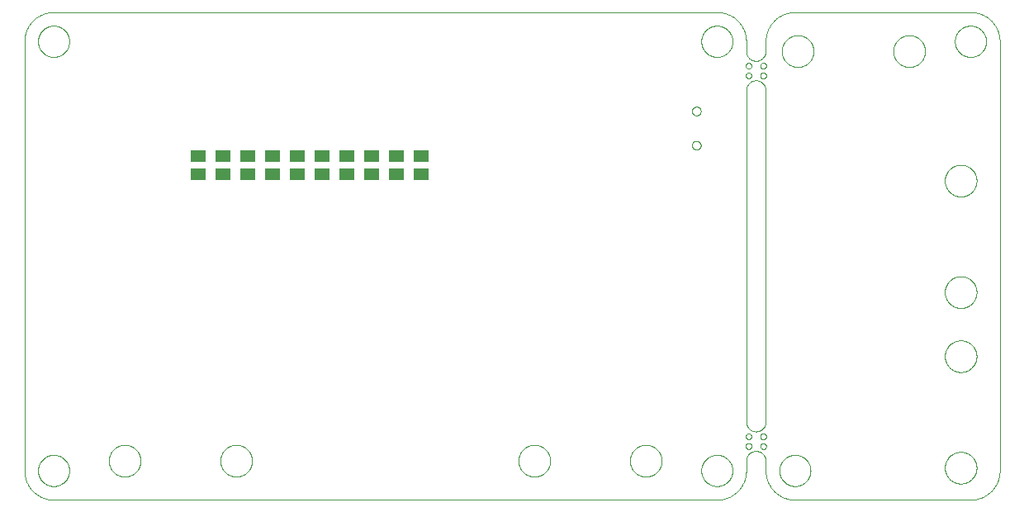
<source format=gbp>
G75*
%MOIN*%
%OFA0B0*%
%FSLAX25Y25*%
%IPPOS*%
%LPD*%
%AMOC8*
5,1,8,0,0,1.08239X$1,22.5*
%
%ADD10C,0.00000*%
%ADD11R,0.05906X0.05118*%
D10*
X0013611Y0020494D02*
X0281328Y0020494D01*
X0281328Y0020495D02*
X0281613Y0020498D01*
X0281899Y0020509D01*
X0282184Y0020526D01*
X0282468Y0020550D01*
X0282752Y0020581D01*
X0283035Y0020619D01*
X0283316Y0020664D01*
X0283597Y0020715D01*
X0283877Y0020773D01*
X0284155Y0020838D01*
X0284431Y0020910D01*
X0284705Y0020988D01*
X0284978Y0021073D01*
X0285248Y0021165D01*
X0285516Y0021263D01*
X0285782Y0021367D01*
X0286045Y0021478D01*
X0286305Y0021595D01*
X0286563Y0021718D01*
X0286817Y0021848D01*
X0287068Y0021984D01*
X0287316Y0022125D01*
X0287560Y0022273D01*
X0287801Y0022426D01*
X0288037Y0022586D01*
X0288270Y0022751D01*
X0288499Y0022921D01*
X0288724Y0023097D01*
X0288944Y0023279D01*
X0289160Y0023465D01*
X0289371Y0023657D01*
X0289578Y0023854D01*
X0289780Y0024056D01*
X0289977Y0024263D01*
X0290169Y0024474D01*
X0290355Y0024690D01*
X0290537Y0024910D01*
X0290713Y0025135D01*
X0290883Y0025364D01*
X0291048Y0025597D01*
X0291208Y0025833D01*
X0291361Y0026074D01*
X0291509Y0026318D01*
X0291650Y0026566D01*
X0291786Y0026817D01*
X0291916Y0027071D01*
X0292039Y0027329D01*
X0292156Y0027589D01*
X0292267Y0027852D01*
X0292371Y0028118D01*
X0292469Y0028386D01*
X0292561Y0028656D01*
X0292646Y0028929D01*
X0292724Y0029203D01*
X0292796Y0029479D01*
X0292861Y0029757D01*
X0292919Y0030037D01*
X0292970Y0030318D01*
X0293015Y0030599D01*
X0293053Y0030882D01*
X0293084Y0031166D01*
X0293108Y0031450D01*
X0293125Y0031735D01*
X0293136Y0032021D01*
X0293139Y0032306D01*
X0293139Y0036243D01*
X0297076Y0040180D02*
X0297200Y0040178D01*
X0297323Y0040172D01*
X0297447Y0040163D01*
X0297569Y0040149D01*
X0297692Y0040132D01*
X0297814Y0040110D01*
X0297935Y0040085D01*
X0298055Y0040056D01*
X0298174Y0040024D01*
X0298293Y0039987D01*
X0298410Y0039947D01*
X0298525Y0039904D01*
X0298640Y0039856D01*
X0298752Y0039805D01*
X0298863Y0039751D01*
X0298973Y0039693D01*
X0299080Y0039632D01*
X0299186Y0039567D01*
X0299289Y0039499D01*
X0299390Y0039428D01*
X0299489Y0039354D01*
X0299586Y0039277D01*
X0299680Y0039196D01*
X0299771Y0039113D01*
X0299860Y0039027D01*
X0299946Y0038938D01*
X0300029Y0038847D01*
X0300110Y0038753D01*
X0300187Y0038656D01*
X0300261Y0038557D01*
X0300332Y0038456D01*
X0300400Y0038353D01*
X0300465Y0038247D01*
X0300526Y0038140D01*
X0300584Y0038030D01*
X0300638Y0037919D01*
X0300689Y0037807D01*
X0300737Y0037692D01*
X0300780Y0037577D01*
X0300820Y0037460D01*
X0300857Y0037341D01*
X0300889Y0037222D01*
X0300918Y0037102D01*
X0300943Y0036981D01*
X0300965Y0036859D01*
X0300982Y0036736D01*
X0300996Y0036614D01*
X0301005Y0036490D01*
X0301011Y0036367D01*
X0301013Y0036243D01*
X0301013Y0032306D01*
X0297076Y0040180D02*
X0296952Y0040178D01*
X0296829Y0040172D01*
X0296705Y0040163D01*
X0296583Y0040149D01*
X0296460Y0040132D01*
X0296338Y0040110D01*
X0296217Y0040085D01*
X0296097Y0040056D01*
X0295978Y0040024D01*
X0295859Y0039987D01*
X0295742Y0039947D01*
X0295627Y0039904D01*
X0295512Y0039856D01*
X0295400Y0039805D01*
X0295289Y0039751D01*
X0295179Y0039693D01*
X0295072Y0039632D01*
X0294966Y0039567D01*
X0294863Y0039499D01*
X0294762Y0039428D01*
X0294663Y0039354D01*
X0294566Y0039277D01*
X0294472Y0039196D01*
X0294381Y0039113D01*
X0294292Y0039027D01*
X0294206Y0038938D01*
X0294123Y0038847D01*
X0294042Y0038753D01*
X0293965Y0038656D01*
X0293891Y0038557D01*
X0293820Y0038456D01*
X0293752Y0038353D01*
X0293687Y0038247D01*
X0293626Y0038140D01*
X0293568Y0038030D01*
X0293514Y0037919D01*
X0293463Y0037807D01*
X0293415Y0037692D01*
X0293372Y0037577D01*
X0293332Y0037460D01*
X0293295Y0037341D01*
X0293263Y0037222D01*
X0293234Y0037102D01*
X0293209Y0036981D01*
X0293187Y0036859D01*
X0293170Y0036736D01*
X0293156Y0036614D01*
X0293147Y0036490D01*
X0293141Y0036367D01*
X0293139Y0036243D01*
X0292942Y0042148D02*
X0292944Y0042217D01*
X0292950Y0042285D01*
X0292960Y0042353D01*
X0292974Y0042420D01*
X0292992Y0042487D01*
X0293013Y0042552D01*
X0293039Y0042616D01*
X0293068Y0042678D01*
X0293100Y0042738D01*
X0293136Y0042797D01*
X0293176Y0042853D01*
X0293218Y0042907D01*
X0293264Y0042958D01*
X0293313Y0043007D01*
X0293364Y0043053D01*
X0293418Y0043095D01*
X0293474Y0043135D01*
X0293532Y0043171D01*
X0293593Y0043203D01*
X0293655Y0043232D01*
X0293719Y0043258D01*
X0293784Y0043279D01*
X0293851Y0043297D01*
X0293918Y0043311D01*
X0293986Y0043321D01*
X0294054Y0043327D01*
X0294123Y0043329D01*
X0294192Y0043327D01*
X0294260Y0043321D01*
X0294328Y0043311D01*
X0294395Y0043297D01*
X0294462Y0043279D01*
X0294527Y0043258D01*
X0294591Y0043232D01*
X0294653Y0043203D01*
X0294713Y0043171D01*
X0294772Y0043135D01*
X0294828Y0043095D01*
X0294882Y0043053D01*
X0294933Y0043007D01*
X0294982Y0042958D01*
X0295028Y0042907D01*
X0295070Y0042853D01*
X0295110Y0042797D01*
X0295146Y0042738D01*
X0295178Y0042678D01*
X0295207Y0042616D01*
X0295233Y0042552D01*
X0295254Y0042487D01*
X0295272Y0042420D01*
X0295286Y0042353D01*
X0295296Y0042285D01*
X0295302Y0042217D01*
X0295304Y0042148D01*
X0295302Y0042079D01*
X0295296Y0042011D01*
X0295286Y0041943D01*
X0295272Y0041876D01*
X0295254Y0041809D01*
X0295233Y0041744D01*
X0295207Y0041680D01*
X0295178Y0041618D01*
X0295146Y0041557D01*
X0295110Y0041499D01*
X0295070Y0041443D01*
X0295028Y0041389D01*
X0294982Y0041338D01*
X0294933Y0041289D01*
X0294882Y0041243D01*
X0294828Y0041201D01*
X0294772Y0041161D01*
X0294714Y0041125D01*
X0294653Y0041093D01*
X0294591Y0041064D01*
X0294527Y0041038D01*
X0294462Y0041017D01*
X0294395Y0040999D01*
X0294328Y0040985D01*
X0294260Y0040975D01*
X0294192Y0040969D01*
X0294123Y0040967D01*
X0294054Y0040969D01*
X0293986Y0040975D01*
X0293918Y0040985D01*
X0293851Y0040999D01*
X0293784Y0041017D01*
X0293719Y0041038D01*
X0293655Y0041064D01*
X0293593Y0041093D01*
X0293532Y0041125D01*
X0293474Y0041161D01*
X0293418Y0041201D01*
X0293364Y0041243D01*
X0293313Y0041289D01*
X0293264Y0041338D01*
X0293218Y0041389D01*
X0293176Y0041443D01*
X0293136Y0041499D01*
X0293100Y0041557D01*
X0293068Y0041618D01*
X0293039Y0041680D01*
X0293013Y0041744D01*
X0292992Y0041809D01*
X0292974Y0041876D01*
X0292960Y0041943D01*
X0292950Y0042011D01*
X0292944Y0042079D01*
X0292942Y0042148D01*
X0298847Y0042148D02*
X0298849Y0042217D01*
X0298855Y0042285D01*
X0298865Y0042353D01*
X0298879Y0042420D01*
X0298897Y0042487D01*
X0298918Y0042552D01*
X0298944Y0042616D01*
X0298973Y0042678D01*
X0299005Y0042738D01*
X0299041Y0042797D01*
X0299081Y0042853D01*
X0299123Y0042907D01*
X0299169Y0042958D01*
X0299218Y0043007D01*
X0299269Y0043053D01*
X0299323Y0043095D01*
X0299379Y0043135D01*
X0299437Y0043171D01*
X0299498Y0043203D01*
X0299560Y0043232D01*
X0299624Y0043258D01*
X0299689Y0043279D01*
X0299756Y0043297D01*
X0299823Y0043311D01*
X0299891Y0043321D01*
X0299959Y0043327D01*
X0300028Y0043329D01*
X0300097Y0043327D01*
X0300165Y0043321D01*
X0300233Y0043311D01*
X0300300Y0043297D01*
X0300367Y0043279D01*
X0300432Y0043258D01*
X0300496Y0043232D01*
X0300558Y0043203D01*
X0300618Y0043171D01*
X0300677Y0043135D01*
X0300733Y0043095D01*
X0300787Y0043053D01*
X0300838Y0043007D01*
X0300887Y0042958D01*
X0300933Y0042907D01*
X0300975Y0042853D01*
X0301015Y0042797D01*
X0301051Y0042738D01*
X0301083Y0042678D01*
X0301112Y0042616D01*
X0301138Y0042552D01*
X0301159Y0042487D01*
X0301177Y0042420D01*
X0301191Y0042353D01*
X0301201Y0042285D01*
X0301207Y0042217D01*
X0301209Y0042148D01*
X0301207Y0042079D01*
X0301201Y0042011D01*
X0301191Y0041943D01*
X0301177Y0041876D01*
X0301159Y0041809D01*
X0301138Y0041744D01*
X0301112Y0041680D01*
X0301083Y0041618D01*
X0301051Y0041557D01*
X0301015Y0041499D01*
X0300975Y0041443D01*
X0300933Y0041389D01*
X0300887Y0041338D01*
X0300838Y0041289D01*
X0300787Y0041243D01*
X0300733Y0041201D01*
X0300677Y0041161D01*
X0300619Y0041125D01*
X0300558Y0041093D01*
X0300496Y0041064D01*
X0300432Y0041038D01*
X0300367Y0041017D01*
X0300300Y0040999D01*
X0300233Y0040985D01*
X0300165Y0040975D01*
X0300097Y0040969D01*
X0300028Y0040967D01*
X0299959Y0040969D01*
X0299891Y0040975D01*
X0299823Y0040985D01*
X0299756Y0040999D01*
X0299689Y0041017D01*
X0299624Y0041038D01*
X0299560Y0041064D01*
X0299498Y0041093D01*
X0299437Y0041125D01*
X0299379Y0041161D01*
X0299323Y0041201D01*
X0299269Y0041243D01*
X0299218Y0041289D01*
X0299169Y0041338D01*
X0299123Y0041389D01*
X0299081Y0041443D01*
X0299041Y0041499D01*
X0299005Y0041557D01*
X0298973Y0041618D01*
X0298944Y0041680D01*
X0298918Y0041744D01*
X0298897Y0041809D01*
X0298879Y0041876D01*
X0298865Y0041943D01*
X0298855Y0042011D01*
X0298849Y0042079D01*
X0298847Y0042148D01*
X0298847Y0046085D02*
X0298849Y0046154D01*
X0298855Y0046222D01*
X0298865Y0046290D01*
X0298879Y0046357D01*
X0298897Y0046424D01*
X0298918Y0046489D01*
X0298944Y0046553D01*
X0298973Y0046615D01*
X0299005Y0046675D01*
X0299041Y0046734D01*
X0299081Y0046790D01*
X0299123Y0046844D01*
X0299169Y0046895D01*
X0299218Y0046944D01*
X0299269Y0046990D01*
X0299323Y0047032D01*
X0299379Y0047072D01*
X0299437Y0047108D01*
X0299498Y0047140D01*
X0299560Y0047169D01*
X0299624Y0047195D01*
X0299689Y0047216D01*
X0299756Y0047234D01*
X0299823Y0047248D01*
X0299891Y0047258D01*
X0299959Y0047264D01*
X0300028Y0047266D01*
X0300097Y0047264D01*
X0300165Y0047258D01*
X0300233Y0047248D01*
X0300300Y0047234D01*
X0300367Y0047216D01*
X0300432Y0047195D01*
X0300496Y0047169D01*
X0300558Y0047140D01*
X0300618Y0047108D01*
X0300677Y0047072D01*
X0300733Y0047032D01*
X0300787Y0046990D01*
X0300838Y0046944D01*
X0300887Y0046895D01*
X0300933Y0046844D01*
X0300975Y0046790D01*
X0301015Y0046734D01*
X0301051Y0046675D01*
X0301083Y0046615D01*
X0301112Y0046553D01*
X0301138Y0046489D01*
X0301159Y0046424D01*
X0301177Y0046357D01*
X0301191Y0046290D01*
X0301201Y0046222D01*
X0301207Y0046154D01*
X0301209Y0046085D01*
X0301207Y0046016D01*
X0301201Y0045948D01*
X0301191Y0045880D01*
X0301177Y0045813D01*
X0301159Y0045746D01*
X0301138Y0045681D01*
X0301112Y0045617D01*
X0301083Y0045555D01*
X0301051Y0045494D01*
X0301015Y0045436D01*
X0300975Y0045380D01*
X0300933Y0045326D01*
X0300887Y0045275D01*
X0300838Y0045226D01*
X0300787Y0045180D01*
X0300733Y0045138D01*
X0300677Y0045098D01*
X0300619Y0045062D01*
X0300558Y0045030D01*
X0300496Y0045001D01*
X0300432Y0044975D01*
X0300367Y0044954D01*
X0300300Y0044936D01*
X0300233Y0044922D01*
X0300165Y0044912D01*
X0300097Y0044906D01*
X0300028Y0044904D01*
X0299959Y0044906D01*
X0299891Y0044912D01*
X0299823Y0044922D01*
X0299756Y0044936D01*
X0299689Y0044954D01*
X0299624Y0044975D01*
X0299560Y0045001D01*
X0299498Y0045030D01*
X0299437Y0045062D01*
X0299379Y0045098D01*
X0299323Y0045138D01*
X0299269Y0045180D01*
X0299218Y0045226D01*
X0299169Y0045275D01*
X0299123Y0045326D01*
X0299081Y0045380D01*
X0299041Y0045436D01*
X0299005Y0045494D01*
X0298973Y0045555D01*
X0298944Y0045617D01*
X0298918Y0045681D01*
X0298897Y0045746D01*
X0298879Y0045813D01*
X0298865Y0045880D01*
X0298855Y0045948D01*
X0298849Y0046016D01*
X0298847Y0046085D01*
X0292942Y0046085D02*
X0292944Y0046154D01*
X0292950Y0046222D01*
X0292960Y0046290D01*
X0292974Y0046357D01*
X0292992Y0046424D01*
X0293013Y0046489D01*
X0293039Y0046553D01*
X0293068Y0046615D01*
X0293100Y0046675D01*
X0293136Y0046734D01*
X0293176Y0046790D01*
X0293218Y0046844D01*
X0293264Y0046895D01*
X0293313Y0046944D01*
X0293364Y0046990D01*
X0293418Y0047032D01*
X0293474Y0047072D01*
X0293532Y0047108D01*
X0293593Y0047140D01*
X0293655Y0047169D01*
X0293719Y0047195D01*
X0293784Y0047216D01*
X0293851Y0047234D01*
X0293918Y0047248D01*
X0293986Y0047258D01*
X0294054Y0047264D01*
X0294123Y0047266D01*
X0294192Y0047264D01*
X0294260Y0047258D01*
X0294328Y0047248D01*
X0294395Y0047234D01*
X0294462Y0047216D01*
X0294527Y0047195D01*
X0294591Y0047169D01*
X0294653Y0047140D01*
X0294713Y0047108D01*
X0294772Y0047072D01*
X0294828Y0047032D01*
X0294882Y0046990D01*
X0294933Y0046944D01*
X0294982Y0046895D01*
X0295028Y0046844D01*
X0295070Y0046790D01*
X0295110Y0046734D01*
X0295146Y0046675D01*
X0295178Y0046615D01*
X0295207Y0046553D01*
X0295233Y0046489D01*
X0295254Y0046424D01*
X0295272Y0046357D01*
X0295286Y0046290D01*
X0295296Y0046222D01*
X0295302Y0046154D01*
X0295304Y0046085D01*
X0295302Y0046016D01*
X0295296Y0045948D01*
X0295286Y0045880D01*
X0295272Y0045813D01*
X0295254Y0045746D01*
X0295233Y0045681D01*
X0295207Y0045617D01*
X0295178Y0045555D01*
X0295146Y0045494D01*
X0295110Y0045436D01*
X0295070Y0045380D01*
X0295028Y0045326D01*
X0294982Y0045275D01*
X0294933Y0045226D01*
X0294882Y0045180D01*
X0294828Y0045138D01*
X0294772Y0045098D01*
X0294714Y0045062D01*
X0294653Y0045030D01*
X0294591Y0045001D01*
X0294527Y0044975D01*
X0294462Y0044954D01*
X0294395Y0044936D01*
X0294328Y0044922D01*
X0294260Y0044912D01*
X0294192Y0044906D01*
X0294123Y0044904D01*
X0294054Y0044906D01*
X0293986Y0044912D01*
X0293918Y0044922D01*
X0293851Y0044936D01*
X0293784Y0044954D01*
X0293719Y0044975D01*
X0293655Y0045001D01*
X0293593Y0045030D01*
X0293532Y0045062D01*
X0293474Y0045098D01*
X0293418Y0045138D01*
X0293364Y0045180D01*
X0293313Y0045226D01*
X0293264Y0045275D01*
X0293218Y0045326D01*
X0293176Y0045380D01*
X0293136Y0045436D01*
X0293100Y0045494D01*
X0293068Y0045555D01*
X0293039Y0045617D01*
X0293013Y0045681D01*
X0292992Y0045746D01*
X0292974Y0045813D01*
X0292960Y0045880D01*
X0292950Y0045948D01*
X0292944Y0046016D01*
X0292942Y0046085D01*
X0293139Y0051991D02*
X0293139Y0185849D01*
X0293141Y0185973D01*
X0293147Y0186096D01*
X0293156Y0186220D01*
X0293170Y0186342D01*
X0293187Y0186465D01*
X0293209Y0186587D01*
X0293234Y0186708D01*
X0293263Y0186828D01*
X0293295Y0186947D01*
X0293332Y0187066D01*
X0293372Y0187183D01*
X0293415Y0187298D01*
X0293463Y0187413D01*
X0293514Y0187525D01*
X0293568Y0187636D01*
X0293626Y0187746D01*
X0293687Y0187853D01*
X0293752Y0187959D01*
X0293820Y0188062D01*
X0293891Y0188163D01*
X0293965Y0188262D01*
X0294042Y0188359D01*
X0294123Y0188453D01*
X0294206Y0188544D01*
X0294292Y0188633D01*
X0294381Y0188719D01*
X0294472Y0188802D01*
X0294566Y0188883D01*
X0294663Y0188960D01*
X0294762Y0189034D01*
X0294863Y0189105D01*
X0294966Y0189173D01*
X0295072Y0189238D01*
X0295179Y0189299D01*
X0295289Y0189357D01*
X0295400Y0189411D01*
X0295512Y0189462D01*
X0295627Y0189510D01*
X0295742Y0189553D01*
X0295859Y0189593D01*
X0295978Y0189630D01*
X0296097Y0189662D01*
X0296217Y0189691D01*
X0296338Y0189716D01*
X0296460Y0189738D01*
X0296583Y0189755D01*
X0296705Y0189769D01*
X0296829Y0189778D01*
X0296952Y0189784D01*
X0297076Y0189786D01*
X0298847Y0191754D02*
X0298849Y0191823D01*
X0298855Y0191891D01*
X0298865Y0191959D01*
X0298879Y0192026D01*
X0298897Y0192093D01*
X0298918Y0192158D01*
X0298944Y0192222D01*
X0298973Y0192284D01*
X0299005Y0192344D01*
X0299041Y0192403D01*
X0299081Y0192459D01*
X0299123Y0192513D01*
X0299169Y0192564D01*
X0299218Y0192613D01*
X0299269Y0192659D01*
X0299323Y0192701D01*
X0299379Y0192741D01*
X0299437Y0192777D01*
X0299498Y0192809D01*
X0299560Y0192838D01*
X0299624Y0192864D01*
X0299689Y0192885D01*
X0299756Y0192903D01*
X0299823Y0192917D01*
X0299891Y0192927D01*
X0299959Y0192933D01*
X0300028Y0192935D01*
X0300097Y0192933D01*
X0300165Y0192927D01*
X0300233Y0192917D01*
X0300300Y0192903D01*
X0300367Y0192885D01*
X0300432Y0192864D01*
X0300496Y0192838D01*
X0300558Y0192809D01*
X0300618Y0192777D01*
X0300677Y0192741D01*
X0300733Y0192701D01*
X0300787Y0192659D01*
X0300838Y0192613D01*
X0300887Y0192564D01*
X0300933Y0192513D01*
X0300975Y0192459D01*
X0301015Y0192403D01*
X0301051Y0192344D01*
X0301083Y0192284D01*
X0301112Y0192222D01*
X0301138Y0192158D01*
X0301159Y0192093D01*
X0301177Y0192026D01*
X0301191Y0191959D01*
X0301201Y0191891D01*
X0301207Y0191823D01*
X0301209Y0191754D01*
X0301207Y0191685D01*
X0301201Y0191617D01*
X0301191Y0191549D01*
X0301177Y0191482D01*
X0301159Y0191415D01*
X0301138Y0191350D01*
X0301112Y0191286D01*
X0301083Y0191224D01*
X0301051Y0191163D01*
X0301015Y0191105D01*
X0300975Y0191049D01*
X0300933Y0190995D01*
X0300887Y0190944D01*
X0300838Y0190895D01*
X0300787Y0190849D01*
X0300733Y0190807D01*
X0300677Y0190767D01*
X0300619Y0190731D01*
X0300558Y0190699D01*
X0300496Y0190670D01*
X0300432Y0190644D01*
X0300367Y0190623D01*
X0300300Y0190605D01*
X0300233Y0190591D01*
X0300165Y0190581D01*
X0300097Y0190575D01*
X0300028Y0190573D01*
X0299959Y0190575D01*
X0299891Y0190581D01*
X0299823Y0190591D01*
X0299756Y0190605D01*
X0299689Y0190623D01*
X0299624Y0190644D01*
X0299560Y0190670D01*
X0299498Y0190699D01*
X0299437Y0190731D01*
X0299379Y0190767D01*
X0299323Y0190807D01*
X0299269Y0190849D01*
X0299218Y0190895D01*
X0299169Y0190944D01*
X0299123Y0190995D01*
X0299081Y0191049D01*
X0299041Y0191105D01*
X0299005Y0191163D01*
X0298973Y0191224D01*
X0298944Y0191286D01*
X0298918Y0191350D01*
X0298897Y0191415D01*
X0298879Y0191482D01*
X0298865Y0191549D01*
X0298855Y0191617D01*
X0298849Y0191685D01*
X0298847Y0191754D01*
X0292942Y0191754D02*
X0292944Y0191823D01*
X0292950Y0191891D01*
X0292960Y0191959D01*
X0292974Y0192026D01*
X0292992Y0192093D01*
X0293013Y0192158D01*
X0293039Y0192222D01*
X0293068Y0192284D01*
X0293100Y0192344D01*
X0293136Y0192403D01*
X0293176Y0192459D01*
X0293218Y0192513D01*
X0293264Y0192564D01*
X0293313Y0192613D01*
X0293364Y0192659D01*
X0293418Y0192701D01*
X0293474Y0192741D01*
X0293532Y0192777D01*
X0293593Y0192809D01*
X0293655Y0192838D01*
X0293719Y0192864D01*
X0293784Y0192885D01*
X0293851Y0192903D01*
X0293918Y0192917D01*
X0293986Y0192927D01*
X0294054Y0192933D01*
X0294123Y0192935D01*
X0294192Y0192933D01*
X0294260Y0192927D01*
X0294328Y0192917D01*
X0294395Y0192903D01*
X0294462Y0192885D01*
X0294527Y0192864D01*
X0294591Y0192838D01*
X0294653Y0192809D01*
X0294713Y0192777D01*
X0294772Y0192741D01*
X0294828Y0192701D01*
X0294882Y0192659D01*
X0294933Y0192613D01*
X0294982Y0192564D01*
X0295028Y0192513D01*
X0295070Y0192459D01*
X0295110Y0192403D01*
X0295146Y0192344D01*
X0295178Y0192284D01*
X0295207Y0192222D01*
X0295233Y0192158D01*
X0295254Y0192093D01*
X0295272Y0192026D01*
X0295286Y0191959D01*
X0295296Y0191891D01*
X0295302Y0191823D01*
X0295304Y0191754D01*
X0295302Y0191685D01*
X0295296Y0191617D01*
X0295286Y0191549D01*
X0295272Y0191482D01*
X0295254Y0191415D01*
X0295233Y0191350D01*
X0295207Y0191286D01*
X0295178Y0191224D01*
X0295146Y0191163D01*
X0295110Y0191105D01*
X0295070Y0191049D01*
X0295028Y0190995D01*
X0294982Y0190944D01*
X0294933Y0190895D01*
X0294882Y0190849D01*
X0294828Y0190807D01*
X0294772Y0190767D01*
X0294714Y0190731D01*
X0294653Y0190699D01*
X0294591Y0190670D01*
X0294527Y0190644D01*
X0294462Y0190623D01*
X0294395Y0190605D01*
X0294328Y0190591D01*
X0294260Y0190581D01*
X0294192Y0190575D01*
X0294123Y0190573D01*
X0294054Y0190575D01*
X0293986Y0190581D01*
X0293918Y0190591D01*
X0293851Y0190605D01*
X0293784Y0190623D01*
X0293719Y0190644D01*
X0293655Y0190670D01*
X0293593Y0190699D01*
X0293532Y0190731D01*
X0293474Y0190767D01*
X0293418Y0190807D01*
X0293364Y0190849D01*
X0293313Y0190895D01*
X0293264Y0190944D01*
X0293218Y0190995D01*
X0293176Y0191049D01*
X0293136Y0191105D01*
X0293100Y0191163D01*
X0293068Y0191224D01*
X0293039Y0191286D01*
X0293013Y0191350D01*
X0292992Y0191415D01*
X0292974Y0191482D01*
X0292960Y0191549D01*
X0292950Y0191617D01*
X0292944Y0191685D01*
X0292942Y0191754D01*
X0292942Y0195691D02*
X0292944Y0195760D01*
X0292950Y0195828D01*
X0292960Y0195896D01*
X0292974Y0195963D01*
X0292992Y0196030D01*
X0293013Y0196095D01*
X0293039Y0196159D01*
X0293068Y0196221D01*
X0293100Y0196281D01*
X0293136Y0196340D01*
X0293176Y0196396D01*
X0293218Y0196450D01*
X0293264Y0196501D01*
X0293313Y0196550D01*
X0293364Y0196596D01*
X0293418Y0196638D01*
X0293474Y0196678D01*
X0293532Y0196714D01*
X0293593Y0196746D01*
X0293655Y0196775D01*
X0293719Y0196801D01*
X0293784Y0196822D01*
X0293851Y0196840D01*
X0293918Y0196854D01*
X0293986Y0196864D01*
X0294054Y0196870D01*
X0294123Y0196872D01*
X0294192Y0196870D01*
X0294260Y0196864D01*
X0294328Y0196854D01*
X0294395Y0196840D01*
X0294462Y0196822D01*
X0294527Y0196801D01*
X0294591Y0196775D01*
X0294653Y0196746D01*
X0294713Y0196714D01*
X0294772Y0196678D01*
X0294828Y0196638D01*
X0294882Y0196596D01*
X0294933Y0196550D01*
X0294982Y0196501D01*
X0295028Y0196450D01*
X0295070Y0196396D01*
X0295110Y0196340D01*
X0295146Y0196281D01*
X0295178Y0196221D01*
X0295207Y0196159D01*
X0295233Y0196095D01*
X0295254Y0196030D01*
X0295272Y0195963D01*
X0295286Y0195896D01*
X0295296Y0195828D01*
X0295302Y0195760D01*
X0295304Y0195691D01*
X0295302Y0195622D01*
X0295296Y0195554D01*
X0295286Y0195486D01*
X0295272Y0195419D01*
X0295254Y0195352D01*
X0295233Y0195287D01*
X0295207Y0195223D01*
X0295178Y0195161D01*
X0295146Y0195100D01*
X0295110Y0195042D01*
X0295070Y0194986D01*
X0295028Y0194932D01*
X0294982Y0194881D01*
X0294933Y0194832D01*
X0294882Y0194786D01*
X0294828Y0194744D01*
X0294772Y0194704D01*
X0294714Y0194668D01*
X0294653Y0194636D01*
X0294591Y0194607D01*
X0294527Y0194581D01*
X0294462Y0194560D01*
X0294395Y0194542D01*
X0294328Y0194528D01*
X0294260Y0194518D01*
X0294192Y0194512D01*
X0294123Y0194510D01*
X0294054Y0194512D01*
X0293986Y0194518D01*
X0293918Y0194528D01*
X0293851Y0194542D01*
X0293784Y0194560D01*
X0293719Y0194581D01*
X0293655Y0194607D01*
X0293593Y0194636D01*
X0293532Y0194668D01*
X0293474Y0194704D01*
X0293418Y0194744D01*
X0293364Y0194786D01*
X0293313Y0194832D01*
X0293264Y0194881D01*
X0293218Y0194932D01*
X0293176Y0194986D01*
X0293136Y0195042D01*
X0293100Y0195100D01*
X0293068Y0195161D01*
X0293039Y0195223D01*
X0293013Y0195287D01*
X0292992Y0195352D01*
X0292974Y0195419D01*
X0292960Y0195486D01*
X0292950Y0195554D01*
X0292944Y0195622D01*
X0292942Y0195691D01*
X0298847Y0195691D02*
X0298849Y0195760D01*
X0298855Y0195828D01*
X0298865Y0195896D01*
X0298879Y0195963D01*
X0298897Y0196030D01*
X0298918Y0196095D01*
X0298944Y0196159D01*
X0298973Y0196221D01*
X0299005Y0196281D01*
X0299041Y0196340D01*
X0299081Y0196396D01*
X0299123Y0196450D01*
X0299169Y0196501D01*
X0299218Y0196550D01*
X0299269Y0196596D01*
X0299323Y0196638D01*
X0299379Y0196678D01*
X0299437Y0196714D01*
X0299498Y0196746D01*
X0299560Y0196775D01*
X0299624Y0196801D01*
X0299689Y0196822D01*
X0299756Y0196840D01*
X0299823Y0196854D01*
X0299891Y0196864D01*
X0299959Y0196870D01*
X0300028Y0196872D01*
X0300097Y0196870D01*
X0300165Y0196864D01*
X0300233Y0196854D01*
X0300300Y0196840D01*
X0300367Y0196822D01*
X0300432Y0196801D01*
X0300496Y0196775D01*
X0300558Y0196746D01*
X0300618Y0196714D01*
X0300677Y0196678D01*
X0300733Y0196638D01*
X0300787Y0196596D01*
X0300838Y0196550D01*
X0300887Y0196501D01*
X0300933Y0196450D01*
X0300975Y0196396D01*
X0301015Y0196340D01*
X0301051Y0196281D01*
X0301083Y0196221D01*
X0301112Y0196159D01*
X0301138Y0196095D01*
X0301159Y0196030D01*
X0301177Y0195963D01*
X0301191Y0195896D01*
X0301201Y0195828D01*
X0301207Y0195760D01*
X0301209Y0195691D01*
X0301207Y0195622D01*
X0301201Y0195554D01*
X0301191Y0195486D01*
X0301177Y0195419D01*
X0301159Y0195352D01*
X0301138Y0195287D01*
X0301112Y0195223D01*
X0301083Y0195161D01*
X0301051Y0195100D01*
X0301015Y0195042D01*
X0300975Y0194986D01*
X0300933Y0194932D01*
X0300887Y0194881D01*
X0300838Y0194832D01*
X0300787Y0194786D01*
X0300733Y0194744D01*
X0300677Y0194704D01*
X0300619Y0194668D01*
X0300558Y0194636D01*
X0300496Y0194607D01*
X0300432Y0194581D01*
X0300367Y0194560D01*
X0300300Y0194542D01*
X0300233Y0194528D01*
X0300165Y0194518D01*
X0300097Y0194512D01*
X0300028Y0194510D01*
X0299959Y0194512D01*
X0299891Y0194518D01*
X0299823Y0194528D01*
X0299756Y0194542D01*
X0299689Y0194560D01*
X0299624Y0194581D01*
X0299560Y0194607D01*
X0299498Y0194636D01*
X0299437Y0194668D01*
X0299379Y0194704D01*
X0299323Y0194744D01*
X0299269Y0194786D01*
X0299218Y0194832D01*
X0299169Y0194881D01*
X0299123Y0194932D01*
X0299081Y0194986D01*
X0299041Y0195042D01*
X0299005Y0195100D01*
X0298973Y0195161D01*
X0298944Y0195223D01*
X0298918Y0195287D01*
X0298897Y0195352D01*
X0298879Y0195419D01*
X0298865Y0195486D01*
X0298855Y0195554D01*
X0298849Y0195622D01*
X0298847Y0195691D01*
X0297076Y0197660D02*
X0297200Y0197662D01*
X0297323Y0197668D01*
X0297447Y0197677D01*
X0297569Y0197691D01*
X0297692Y0197708D01*
X0297814Y0197730D01*
X0297935Y0197755D01*
X0298055Y0197784D01*
X0298174Y0197816D01*
X0298293Y0197853D01*
X0298410Y0197893D01*
X0298525Y0197936D01*
X0298640Y0197984D01*
X0298752Y0198035D01*
X0298863Y0198089D01*
X0298973Y0198147D01*
X0299080Y0198208D01*
X0299186Y0198273D01*
X0299289Y0198341D01*
X0299390Y0198412D01*
X0299489Y0198486D01*
X0299586Y0198563D01*
X0299680Y0198644D01*
X0299771Y0198727D01*
X0299860Y0198813D01*
X0299946Y0198902D01*
X0300029Y0198993D01*
X0300110Y0199087D01*
X0300187Y0199184D01*
X0300261Y0199283D01*
X0300332Y0199384D01*
X0300400Y0199487D01*
X0300465Y0199593D01*
X0300526Y0199700D01*
X0300584Y0199810D01*
X0300638Y0199921D01*
X0300689Y0200033D01*
X0300737Y0200148D01*
X0300780Y0200263D01*
X0300820Y0200380D01*
X0300857Y0200499D01*
X0300889Y0200618D01*
X0300918Y0200738D01*
X0300943Y0200859D01*
X0300965Y0200981D01*
X0300982Y0201104D01*
X0300996Y0201226D01*
X0301005Y0201350D01*
X0301011Y0201473D01*
X0301013Y0201597D01*
X0301013Y0205534D01*
X0293139Y0201597D02*
X0293141Y0201473D01*
X0293147Y0201350D01*
X0293156Y0201226D01*
X0293170Y0201104D01*
X0293187Y0200981D01*
X0293209Y0200859D01*
X0293234Y0200738D01*
X0293263Y0200618D01*
X0293295Y0200499D01*
X0293332Y0200380D01*
X0293372Y0200263D01*
X0293415Y0200148D01*
X0293463Y0200033D01*
X0293514Y0199921D01*
X0293568Y0199810D01*
X0293626Y0199700D01*
X0293687Y0199593D01*
X0293752Y0199487D01*
X0293820Y0199384D01*
X0293891Y0199283D01*
X0293965Y0199184D01*
X0294042Y0199087D01*
X0294123Y0198993D01*
X0294206Y0198902D01*
X0294292Y0198813D01*
X0294381Y0198727D01*
X0294472Y0198644D01*
X0294566Y0198563D01*
X0294663Y0198486D01*
X0294762Y0198412D01*
X0294863Y0198341D01*
X0294966Y0198273D01*
X0295072Y0198208D01*
X0295179Y0198147D01*
X0295289Y0198089D01*
X0295400Y0198035D01*
X0295512Y0197984D01*
X0295627Y0197936D01*
X0295742Y0197893D01*
X0295859Y0197853D01*
X0295978Y0197816D01*
X0296097Y0197784D01*
X0296217Y0197755D01*
X0296338Y0197730D01*
X0296460Y0197708D01*
X0296583Y0197691D01*
X0296705Y0197677D01*
X0296829Y0197668D01*
X0296952Y0197662D01*
X0297076Y0197660D01*
X0293139Y0201597D02*
X0293139Y0205534D01*
X0293136Y0205819D01*
X0293125Y0206105D01*
X0293108Y0206390D01*
X0293084Y0206674D01*
X0293053Y0206958D01*
X0293015Y0207241D01*
X0292970Y0207522D01*
X0292919Y0207803D01*
X0292861Y0208083D01*
X0292796Y0208361D01*
X0292724Y0208637D01*
X0292646Y0208911D01*
X0292561Y0209184D01*
X0292469Y0209454D01*
X0292371Y0209722D01*
X0292267Y0209988D01*
X0292156Y0210251D01*
X0292039Y0210511D01*
X0291916Y0210769D01*
X0291786Y0211023D01*
X0291650Y0211274D01*
X0291509Y0211522D01*
X0291361Y0211766D01*
X0291208Y0212007D01*
X0291048Y0212243D01*
X0290883Y0212476D01*
X0290713Y0212705D01*
X0290537Y0212930D01*
X0290355Y0213150D01*
X0290169Y0213366D01*
X0289977Y0213577D01*
X0289780Y0213784D01*
X0289578Y0213986D01*
X0289371Y0214183D01*
X0289160Y0214375D01*
X0288944Y0214561D01*
X0288724Y0214743D01*
X0288499Y0214919D01*
X0288270Y0215089D01*
X0288037Y0215254D01*
X0287801Y0215414D01*
X0287560Y0215567D01*
X0287316Y0215715D01*
X0287068Y0215856D01*
X0286817Y0215992D01*
X0286563Y0216122D01*
X0286305Y0216245D01*
X0286045Y0216362D01*
X0285782Y0216473D01*
X0285516Y0216577D01*
X0285248Y0216675D01*
X0284978Y0216767D01*
X0284705Y0216852D01*
X0284431Y0216930D01*
X0284155Y0217002D01*
X0283877Y0217067D01*
X0283597Y0217125D01*
X0283316Y0217176D01*
X0283035Y0217221D01*
X0282752Y0217259D01*
X0282468Y0217290D01*
X0282184Y0217314D01*
X0281899Y0217331D01*
X0281613Y0217342D01*
X0281328Y0217345D01*
X0013611Y0217345D01*
X0013326Y0217342D01*
X0013040Y0217331D01*
X0012755Y0217314D01*
X0012471Y0217290D01*
X0012187Y0217259D01*
X0011904Y0217221D01*
X0011623Y0217176D01*
X0011342Y0217125D01*
X0011062Y0217067D01*
X0010784Y0217002D01*
X0010508Y0216930D01*
X0010234Y0216852D01*
X0009961Y0216767D01*
X0009691Y0216675D01*
X0009423Y0216577D01*
X0009157Y0216473D01*
X0008894Y0216362D01*
X0008634Y0216245D01*
X0008376Y0216122D01*
X0008122Y0215992D01*
X0007871Y0215856D01*
X0007623Y0215715D01*
X0007379Y0215567D01*
X0007138Y0215414D01*
X0006902Y0215254D01*
X0006669Y0215089D01*
X0006440Y0214919D01*
X0006215Y0214743D01*
X0005995Y0214561D01*
X0005779Y0214375D01*
X0005568Y0214183D01*
X0005361Y0213986D01*
X0005159Y0213784D01*
X0004962Y0213577D01*
X0004770Y0213366D01*
X0004584Y0213150D01*
X0004402Y0212930D01*
X0004226Y0212705D01*
X0004056Y0212476D01*
X0003891Y0212243D01*
X0003731Y0212007D01*
X0003578Y0211766D01*
X0003430Y0211522D01*
X0003289Y0211274D01*
X0003153Y0211023D01*
X0003023Y0210769D01*
X0002900Y0210511D01*
X0002783Y0210251D01*
X0002672Y0209988D01*
X0002568Y0209722D01*
X0002470Y0209454D01*
X0002378Y0209184D01*
X0002293Y0208911D01*
X0002215Y0208637D01*
X0002143Y0208361D01*
X0002078Y0208083D01*
X0002020Y0207803D01*
X0001969Y0207522D01*
X0001924Y0207241D01*
X0001886Y0206958D01*
X0001855Y0206674D01*
X0001831Y0206390D01*
X0001814Y0206105D01*
X0001803Y0205819D01*
X0001800Y0205534D01*
X0001800Y0032306D01*
X0001803Y0032021D01*
X0001814Y0031735D01*
X0001831Y0031450D01*
X0001855Y0031166D01*
X0001886Y0030882D01*
X0001924Y0030599D01*
X0001969Y0030318D01*
X0002020Y0030037D01*
X0002078Y0029757D01*
X0002143Y0029479D01*
X0002215Y0029203D01*
X0002293Y0028929D01*
X0002378Y0028656D01*
X0002470Y0028386D01*
X0002568Y0028118D01*
X0002672Y0027852D01*
X0002783Y0027589D01*
X0002900Y0027329D01*
X0003023Y0027071D01*
X0003153Y0026817D01*
X0003289Y0026566D01*
X0003430Y0026318D01*
X0003578Y0026074D01*
X0003731Y0025833D01*
X0003891Y0025597D01*
X0004056Y0025364D01*
X0004226Y0025135D01*
X0004402Y0024910D01*
X0004584Y0024690D01*
X0004770Y0024474D01*
X0004962Y0024263D01*
X0005159Y0024056D01*
X0005361Y0023854D01*
X0005568Y0023657D01*
X0005779Y0023465D01*
X0005995Y0023279D01*
X0006215Y0023097D01*
X0006440Y0022921D01*
X0006669Y0022751D01*
X0006902Y0022586D01*
X0007138Y0022426D01*
X0007379Y0022273D01*
X0007623Y0022125D01*
X0007871Y0021984D01*
X0008122Y0021848D01*
X0008376Y0021718D01*
X0008634Y0021595D01*
X0008894Y0021478D01*
X0009157Y0021367D01*
X0009423Y0021263D01*
X0009691Y0021165D01*
X0009961Y0021073D01*
X0010234Y0020988D01*
X0010508Y0020910D01*
X0010784Y0020838D01*
X0011062Y0020773D01*
X0011342Y0020715D01*
X0011623Y0020664D01*
X0011904Y0020619D01*
X0012187Y0020581D01*
X0012471Y0020550D01*
X0012755Y0020526D01*
X0013040Y0020509D01*
X0013326Y0020498D01*
X0013611Y0020495D01*
X0007312Y0032306D02*
X0007314Y0032464D01*
X0007320Y0032622D01*
X0007330Y0032780D01*
X0007344Y0032938D01*
X0007362Y0033095D01*
X0007383Y0033252D01*
X0007409Y0033408D01*
X0007439Y0033564D01*
X0007472Y0033719D01*
X0007510Y0033872D01*
X0007551Y0034025D01*
X0007596Y0034177D01*
X0007645Y0034328D01*
X0007698Y0034477D01*
X0007754Y0034625D01*
X0007814Y0034771D01*
X0007878Y0034916D01*
X0007946Y0035059D01*
X0008017Y0035201D01*
X0008091Y0035341D01*
X0008169Y0035478D01*
X0008251Y0035614D01*
X0008335Y0035748D01*
X0008424Y0035879D01*
X0008515Y0036008D01*
X0008610Y0036135D01*
X0008707Y0036260D01*
X0008808Y0036382D01*
X0008912Y0036501D01*
X0009019Y0036618D01*
X0009129Y0036732D01*
X0009242Y0036843D01*
X0009357Y0036952D01*
X0009475Y0037057D01*
X0009596Y0037159D01*
X0009719Y0037259D01*
X0009845Y0037355D01*
X0009973Y0037448D01*
X0010103Y0037538D01*
X0010236Y0037624D01*
X0010371Y0037708D01*
X0010507Y0037787D01*
X0010646Y0037864D01*
X0010787Y0037936D01*
X0010929Y0038006D01*
X0011073Y0038071D01*
X0011219Y0038133D01*
X0011366Y0038191D01*
X0011515Y0038246D01*
X0011665Y0038297D01*
X0011816Y0038344D01*
X0011968Y0038387D01*
X0012121Y0038426D01*
X0012276Y0038462D01*
X0012431Y0038493D01*
X0012587Y0038521D01*
X0012743Y0038545D01*
X0012900Y0038565D01*
X0013058Y0038581D01*
X0013215Y0038593D01*
X0013374Y0038601D01*
X0013532Y0038605D01*
X0013690Y0038605D01*
X0013848Y0038601D01*
X0014007Y0038593D01*
X0014164Y0038581D01*
X0014322Y0038565D01*
X0014479Y0038545D01*
X0014635Y0038521D01*
X0014791Y0038493D01*
X0014946Y0038462D01*
X0015101Y0038426D01*
X0015254Y0038387D01*
X0015406Y0038344D01*
X0015557Y0038297D01*
X0015707Y0038246D01*
X0015856Y0038191D01*
X0016003Y0038133D01*
X0016149Y0038071D01*
X0016293Y0038006D01*
X0016435Y0037936D01*
X0016576Y0037864D01*
X0016715Y0037787D01*
X0016851Y0037708D01*
X0016986Y0037624D01*
X0017119Y0037538D01*
X0017249Y0037448D01*
X0017377Y0037355D01*
X0017503Y0037259D01*
X0017626Y0037159D01*
X0017747Y0037057D01*
X0017865Y0036952D01*
X0017980Y0036843D01*
X0018093Y0036732D01*
X0018203Y0036618D01*
X0018310Y0036501D01*
X0018414Y0036382D01*
X0018515Y0036260D01*
X0018612Y0036135D01*
X0018707Y0036008D01*
X0018798Y0035879D01*
X0018887Y0035748D01*
X0018971Y0035614D01*
X0019053Y0035478D01*
X0019131Y0035341D01*
X0019205Y0035201D01*
X0019276Y0035059D01*
X0019344Y0034916D01*
X0019408Y0034771D01*
X0019468Y0034625D01*
X0019524Y0034477D01*
X0019577Y0034328D01*
X0019626Y0034177D01*
X0019671Y0034025D01*
X0019712Y0033872D01*
X0019750Y0033719D01*
X0019783Y0033564D01*
X0019813Y0033408D01*
X0019839Y0033252D01*
X0019860Y0033095D01*
X0019878Y0032938D01*
X0019892Y0032780D01*
X0019902Y0032622D01*
X0019908Y0032464D01*
X0019910Y0032306D01*
X0019908Y0032148D01*
X0019902Y0031990D01*
X0019892Y0031832D01*
X0019878Y0031674D01*
X0019860Y0031517D01*
X0019839Y0031360D01*
X0019813Y0031204D01*
X0019783Y0031048D01*
X0019750Y0030893D01*
X0019712Y0030740D01*
X0019671Y0030587D01*
X0019626Y0030435D01*
X0019577Y0030284D01*
X0019524Y0030135D01*
X0019468Y0029987D01*
X0019408Y0029841D01*
X0019344Y0029696D01*
X0019276Y0029553D01*
X0019205Y0029411D01*
X0019131Y0029271D01*
X0019053Y0029134D01*
X0018971Y0028998D01*
X0018887Y0028864D01*
X0018798Y0028733D01*
X0018707Y0028604D01*
X0018612Y0028477D01*
X0018515Y0028352D01*
X0018414Y0028230D01*
X0018310Y0028111D01*
X0018203Y0027994D01*
X0018093Y0027880D01*
X0017980Y0027769D01*
X0017865Y0027660D01*
X0017747Y0027555D01*
X0017626Y0027453D01*
X0017503Y0027353D01*
X0017377Y0027257D01*
X0017249Y0027164D01*
X0017119Y0027074D01*
X0016986Y0026988D01*
X0016851Y0026904D01*
X0016715Y0026825D01*
X0016576Y0026748D01*
X0016435Y0026676D01*
X0016293Y0026606D01*
X0016149Y0026541D01*
X0016003Y0026479D01*
X0015856Y0026421D01*
X0015707Y0026366D01*
X0015557Y0026315D01*
X0015406Y0026268D01*
X0015254Y0026225D01*
X0015101Y0026186D01*
X0014946Y0026150D01*
X0014791Y0026119D01*
X0014635Y0026091D01*
X0014479Y0026067D01*
X0014322Y0026047D01*
X0014164Y0026031D01*
X0014007Y0026019D01*
X0013848Y0026011D01*
X0013690Y0026007D01*
X0013532Y0026007D01*
X0013374Y0026011D01*
X0013215Y0026019D01*
X0013058Y0026031D01*
X0012900Y0026047D01*
X0012743Y0026067D01*
X0012587Y0026091D01*
X0012431Y0026119D01*
X0012276Y0026150D01*
X0012121Y0026186D01*
X0011968Y0026225D01*
X0011816Y0026268D01*
X0011665Y0026315D01*
X0011515Y0026366D01*
X0011366Y0026421D01*
X0011219Y0026479D01*
X0011073Y0026541D01*
X0010929Y0026606D01*
X0010787Y0026676D01*
X0010646Y0026748D01*
X0010507Y0026825D01*
X0010371Y0026904D01*
X0010236Y0026988D01*
X0010103Y0027074D01*
X0009973Y0027164D01*
X0009845Y0027257D01*
X0009719Y0027353D01*
X0009596Y0027453D01*
X0009475Y0027555D01*
X0009357Y0027660D01*
X0009242Y0027769D01*
X0009129Y0027880D01*
X0009019Y0027994D01*
X0008912Y0028111D01*
X0008808Y0028230D01*
X0008707Y0028352D01*
X0008610Y0028477D01*
X0008515Y0028604D01*
X0008424Y0028733D01*
X0008335Y0028864D01*
X0008251Y0028998D01*
X0008169Y0029134D01*
X0008091Y0029271D01*
X0008017Y0029411D01*
X0007946Y0029553D01*
X0007878Y0029696D01*
X0007814Y0029841D01*
X0007754Y0029987D01*
X0007698Y0030135D01*
X0007645Y0030284D01*
X0007596Y0030435D01*
X0007551Y0030587D01*
X0007510Y0030740D01*
X0007472Y0030893D01*
X0007439Y0031048D01*
X0007409Y0031204D01*
X0007383Y0031360D01*
X0007362Y0031517D01*
X0007344Y0031674D01*
X0007330Y0031832D01*
X0007320Y0031990D01*
X0007314Y0032148D01*
X0007312Y0032306D01*
X0035892Y0036243D02*
X0035894Y0036403D01*
X0035900Y0036562D01*
X0035910Y0036721D01*
X0035924Y0036880D01*
X0035942Y0037039D01*
X0035963Y0037197D01*
X0035989Y0037354D01*
X0036019Y0037511D01*
X0036052Y0037667D01*
X0036090Y0037822D01*
X0036131Y0037976D01*
X0036176Y0038129D01*
X0036225Y0038281D01*
X0036278Y0038432D01*
X0036334Y0038581D01*
X0036395Y0038729D01*
X0036458Y0038875D01*
X0036526Y0039020D01*
X0036597Y0039163D01*
X0036671Y0039304D01*
X0036749Y0039443D01*
X0036831Y0039580D01*
X0036916Y0039715D01*
X0037004Y0039848D01*
X0037096Y0039979D01*
X0037190Y0040107D01*
X0037288Y0040233D01*
X0037389Y0040357D01*
X0037493Y0040478D01*
X0037600Y0040596D01*
X0037710Y0040712D01*
X0037823Y0040825D01*
X0037939Y0040935D01*
X0038057Y0041042D01*
X0038178Y0041146D01*
X0038302Y0041247D01*
X0038428Y0041345D01*
X0038556Y0041439D01*
X0038687Y0041531D01*
X0038820Y0041619D01*
X0038955Y0041704D01*
X0039092Y0041786D01*
X0039231Y0041864D01*
X0039372Y0041938D01*
X0039515Y0042009D01*
X0039660Y0042077D01*
X0039806Y0042140D01*
X0039954Y0042201D01*
X0040103Y0042257D01*
X0040254Y0042310D01*
X0040406Y0042359D01*
X0040559Y0042404D01*
X0040713Y0042445D01*
X0040868Y0042483D01*
X0041024Y0042516D01*
X0041181Y0042546D01*
X0041338Y0042572D01*
X0041496Y0042593D01*
X0041655Y0042611D01*
X0041814Y0042625D01*
X0041973Y0042635D01*
X0042132Y0042641D01*
X0042292Y0042643D01*
X0042452Y0042641D01*
X0042611Y0042635D01*
X0042770Y0042625D01*
X0042929Y0042611D01*
X0043088Y0042593D01*
X0043246Y0042572D01*
X0043403Y0042546D01*
X0043560Y0042516D01*
X0043716Y0042483D01*
X0043871Y0042445D01*
X0044025Y0042404D01*
X0044178Y0042359D01*
X0044330Y0042310D01*
X0044481Y0042257D01*
X0044630Y0042201D01*
X0044778Y0042140D01*
X0044924Y0042077D01*
X0045069Y0042009D01*
X0045212Y0041938D01*
X0045353Y0041864D01*
X0045492Y0041786D01*
X0045629Y0041704D01*
X0045764Y0041619D01*
X0045897Y0041531D01*
X0046028Y0041439D01*
X0046156Y0041345D01*
X0046282Y0041247D01*
X0046406Y0041146D01*
X0046527Y0041042D01*
X0046645Y0040935D01*
X0046761Y0040825D01*
X0046874Y0040712D01*
X0046984Y0040596D01*
X0047091Y0040478D01*
X0047195Y0040357D01*
X0047296Y0040233D01*
X0047394Y0040107D01*
X0047488Y0039979D01*
X0047580Y0039848D01*
X0047668Y0039715D01*
X0047753Y0039580D01*
X0047835Y0039443D01*
X0047913Y0039304D01*
X0047987Y0039163D01*
X0048058Y0039020D01*
X0048126Y0038875D01*
X0048189Y0038729D01*
X0048250Y0038581D01*
X0048306Y0038432D01*
X0048359Y0038281D01*
X0048408Y0038129D01*
X0048453Y0037976D01*
X0048494Y0037822D01*
X0048532Y0037667D01*
X0048565Y0037511D01*
X0048595Y0037354D01*
X0048621Y0037197D01*
X0048642Y0037039D01*
X0048660Y0036880D01*
X0048674Y0036721D01*
X0048684Y0036562D01*
X0048690Y0036403D01*
X0048692Y0036243D01*
X0048690Y0036083D01*
X0048684Y0035924D01*
X0048674Y0035765D01*
X0048660Y0035606D01*
X0048642Y0035447D01*
X0048621Y0035289D01*
X0048595Y0035132D01*
X0048565Y0034975D01*
X0048532Y0034819D01*
X0048494Y0034664D01*
X0048453Y0034510D01*
X0048408Y0034357D01*
X0048359Y0034205D01*
X0048306Y0034054D01*
X0048250Y0033905D01*
X0048189Y0033757D01*
X0048126Y0033611D01*
X0048058Y0033466D01*
X0047987Y0033323D01*
X0047913Y0033182D01*
X0047835Y0033043D01*
X0047753Y0032906D01*
X0047668Y0032771D01*
X0047580Y0032638D01*
X0047488Y0032507D01*
X0047394Y0032379D01*
X0047296Y0032253D01*
X0047195Y0032129D01*
X0047091Y0032008D01*
X0046984Y0031890D01*
X0046874Y0031774D01*
X0046761Y0031661D01*
X0046645Y0031551D01*
X0046527Y0031444D01*
X0046406Y0031340D01*
X0046282Y0031239D01*
X0046156Y0031141D01*
X0046028Y0031047D01*
X0045897Y0030955D01*
X0045764Y0030867D01*
X0045629Y0030782D01*
X0045492Y0030700D01*
X0045353Y0030622D01*
X0045212Y0030548D01*
X0045069Y0030477D01*
X0044924Y0030409D01*
X0044778Y0030346D01*
X0044630Y0030285D01*
X0044481Y0030229D01*
X0044330Y0030176D01*
X0044178Y0030127D01*
X0044025Y0030082D01*
X0043871Y0030041D01*
X0043716Y0030003D01*
X0043560Y0029970D01*
X0043403Y0029940D01*
X0043246Y0029914D01*
X0043088Y0029893D01*
X0042929Y0029875D01*
X0042770Y0029861D01*
X0042611Y0029851D01*
X0042452Y0029845D01*
X0042292Y0029843D01*
X0042132Y0029845D01*
X0041973Y0029851D01*
X0041814Y0029861D01*
X0041655Y0029875D01*
X0041496Y0029893D01*
X0041338Y0029914D01*
X0041181Y0029940D01*
X0041024Y0029970D01*
X0040868Y0030003D01*
X0040713Y0030041D01*
X0040559Y0030082D01*
X0040406Y0030127D01*
X0040254Y0030176D01*
X0040103Y0030229D01*
X0039954Y0030285D01*
X0039806Y0030346D01*
X0039660Y0030409D01*
X0039515Y0030477D01*
X0039372Y0030548D01*
X0039231Y0030622D01*
X0039092Y0030700D01*
X0038955Y0030782D01*
X0038820Y0030867D01*
X0038687Y0030955D01*
X0038556Y0031047D01*
X0038428Y0031141D01*
X0038302Y0031239D01*
X0038178Y0031340D01*
X0038057Y0031444D01*
X0037939Y0031551D01*
X0037823Y0031661D01*
X0037710Y0031774D01*
X0037600Y0031890D01*
X0037493Y0032008D01*
X0037389Y0032129D01*
X0037288Y0032253D01*
X0037190Y0032379D01*
X0037096Y0032507D01*
X0037004Y0032638D01*
X0036916Y0032771D01*
X0036831Y0032906D01*
X0036749Y0033043D01*
X0036671Y0033182D01*
X0036597Y0033323D01*
X0036526Y0033466D01*
X0036458Y0033611D01*
X0036395Y0033757D01*
X0036334Y0033905D01*
X0036278Y0034054D01*
X0036225Y0034205D01*
X0036176Y0034357D01*
X0036131Y0034510D01*
X0036090Y0034664D01*
X0036052Y0034819D01*
X0036019Y0034975D01*
X0035989Y0035132D01*
X0035963Y0035289D01*
X0035942Y0035447D01*
X0035924Y0035606D01*
X0035910Y0035765D01*
X0035900Y0035924D01*
X0035894Y0036083D01*
X0035892Y0036243D01*
X0080892Y0036243D02*
X0080894Y0036403D01*
X0080900Y0036562D01*
X0080910Y0036721D01*
X0080924Y0036880D01*
X0080942Y0037039D01*
X0080963Y0037197D01*
X0080989Y0037354D01*
X0081019Y0037511D01*
X0081052Y0037667D01*
X0081090Y0037822D01*
X0081131Y0037976D01*
X0081176Y0038129D01*
X0081225Y0038281D01*
X0081278Y0038432D01*
X0081334Y0038581D01*
X0081395Y0038729D01*
X0081458Y0038875D01*
X0081526Y0039020D01*
X0081597Y0039163D01*
X0081671Y0039304D01*
X0081749Y0039443D01*
X0081831Y0039580D01*
X0081916Y0039715D01*
X0082004Y0039848D01*
X0082096Y0039979D01*
X0082190Y0040107D01*
X0082288Y0040233D01*
X0082389Y0040357D01*
X0082493Y0040478D01*
X0082600Y0040596D01*
X0082710Y0040712D01*
X0082823Y0040825D01*
X0082939Y0040935D01*
X0083057Y0041042D01*
X0083178Y0041146D01*
X0083302Y0041247D01*
X0083428Y0041345D01*
X0083556Y0041439D01*
X0083687Y0041531D01*
X0083820Y0041619D01*
X0083955Y0041704D01*
X0084092Y0041786D01*
X0084231Y0041864D01*
X0084372Y0041938D01*
X0084515Y0042009D01*
X0084660Y0042077D01*
X0084806Y0042140D01*
X0084954Y0042201D01*
X0085103Y0042257D01*
X0085254Y0042310D01*
X0085406Y0042359D01*
X0085559Y0042404D01*
X0085713Y0042445D01*
X0085868Y0042483D01*
X0086024Y0042516D01*
X0086181Y0042546D01*
X0086338Y0042572D01*
X0086496Y0042593D01*
X0086655Y0042611D01*
X0086814Y0042625D01*
X0086973Y0042635D01*
X0087132Y0042641D01*
X0087292Y0042643D01*
X0087452Y0042641D01*
X0087611Y0042635D01*
X0087770Y0042625D01*
X0087929Y0042611D01*
X0088088Y0042593D01*
X0088246Y0042572D01*
X0088403Y0042546D01*
X0088560Y0042516D01*
X0088716Y0042483D01*
X0088871Y0042445D01*
X0089025Y0042404D01*
X0089178Y0042359D01*
X0089330Y0042310D01*
X0089481Y0042257D01*
X0089630Y0042201D01*
X0089778Y0042140D01*
X0089924Y0042077D01*
X0090069Y0042009D01*
X0090212Y0041938D01*
X0090353Y0041864D01*
X0090492Y0041786D01*
X0090629Y0041704D01*
X0090764Y0041619D01*
X0090897Y0041531D01*
X0091028Y0041439D01*
X0091156Y0041345D01*
X0091282Y0041247D01*
X0091406Y0041146D01*
X0091527Y0041042D01*
X0091645Y0040935D01*
X0091761Y0040825D01*
X0091874Y0040712D01*
X0091984Y0040596D01*
X0092091Y0040478D01*
X0092195Y0040357D01*
X0092296Y0040233D01*
X0092394Y0040107D01*
X0092488Y0039979D01*
X0092580Y0039848D01*
X0092668Y0039715D01*
X0092753Y0039580D01*
X0092835Y0039443D01*
X0092913Y0039304D01*
X0092987Y0039163D01*
X0093058Y0039020D01*
X0093126Y0038875D01*
X0093189Y0038729D01*
X0093250Y0038581D01*
X0093306Y0038432D01*
X0093359Y0038281D01*
X0093408Y0038129D01*
X0093453Y0037976D01*
X0093494Y0037822D01*
X0093532Y0037667D01*
X0093565Y0037511D01*
X0093595Y0037354D01*
X0093621Y0037197D01*
X0093642Y0037039D01*
X0093660Y0036880D01*
X0093674Y0036721D01*
X0093684Y0036562D01*
X0093690Y0036403D01*
X0093692Y0036243D01*
X0093690Y0036083D01*
X0093684Y0035924D01*
X0093674Y0035765D01*
X0093660Y0035606D01*
X0093642Y0035447D01*
X0093621Y0035289D01*
X0093595Y0035132D01*
X0093565Y0034975D01*
X0093532Y0034819D01*
X0093494Y0034664D01*
X0093453Y0034510D01*
X0093408Y0034357D01*
X0093359Y0034205D01*
X0093306Y0034054D01*
X0093250Y0033905D01*
X0093189Y0033757D01*
X0093126Y0033611D01*
X0093058Y0033466D01*
X0092987Y0033323D01*
X0092913Y0033182D01*
X0092835Y0033043D01*
X0092753Y0032906D01*
X0092668Y0032771D01*
X0092580Y0032638D01*
X0092488Y0032507D01*
X0092394Y0032379D01*
X0092296Y0032253D01*
X0092195Y0032129D01*
X0092091Y0032008D01*
X0091984Y0031890D01*
X0091874Y0031774D01*
X0091761Y0031661D01*
X0091645Y0031551D01*
X0091527Y0031444D01*
X0091406Y0031340D01*
X0091282Y0031239D01*
X0091156Y0031141D01*
X0091028Y0031047D01*
X0090897Y0030955D01*
X0090764Y0030867D01*
X0090629Y0030782D01*
X0090492Y0030700D01*
X0090353Y0030622D01*
X0090212Y0030548D01*
X0090069Y0030477D01*
X0089924Y0030409D01*
X0089778Y0030346D01*
X0089630Y0030285D01*
X0089481Y0030229D01*
X0089330Y0030176D01*
X0089178Y0030127D01*
X0089025Y0030082D01*
X0088871Y0030041D01*
X0088716Y0030003D01*
X0088560Y0029970D01*
X0088403Y0029940D01*
X0088246Y0029914D01*
X0088088Y0029893D01*
X0087929Y0029875D01*
X0087770Y0029861D01*
X0087611Y0029851D01*
X0087452Y0029845D01*
X0087292Y0029843D01*
X0087132Y0029845D01*
X0086973Y0029851D01*
X0086814Y0029861D01*
X0086655Y0029875D01*
X0086496Y0029893D01*
X0086338Y0029914D01*
X0086181Y0029940D01*
X0086024Y0029970D01*
X0085868Y0030003D01*
X0085713Y0030041D01*
X0085559Y0030082D01*
X0085406Y0030127D01*
X0085254Y0030176D01*
X0085103Y0030229D01*
X0084954Y0030285D01*
X0084806Y0030346D01*
X0084660Y0030409D01*
X0084515Y0030477D01*
X0084372Y0030548D01*
X0084231Y0030622D01*
X0084092Y0030700D01*
X0083955Y0030782D01*
X0083820Y0030867D01*
X0083687Y0030955D01*
X0083556Y0031047D01*
X0083428Y0031141D01*
X0083302Y0031239D01*
X0083178Y0031340D01*
X0083057Y0031444D01*
X0082939Y0031551D01*
X0082823Y0031661D01*
X0082710Y0031774D01*
X0082600Y0031890D01*
X0082493Y0032008D01*
X0082389Y0032129D01*
X0082288Y0032253D01*
X0082190Y0032379D01*
X0082096Y0032507D01*
X0082004Y0032638D01*
X0081916Y0032771D01*
X0081831Y0032906D01*
X0081749Y0033043D01*
X0081671Y0033182D01*
X0081597Y0033323D01*
X0081526Y0033466D01*
X0081458Y0033611D01*
X0081395Y0033757D01*
X0081334Y0033905D01*
X0081278Y0034054D01*
X0081225Y0034205D01*
X0081176Y0034357D01*
X0081131Y0034510D01*
X0081090Y0034664D01*
X0081052Y0034819D01*
X0081019Y0034975D01*
X0080989Y0035132D01*
X0080963Y0035289D01*
X0080942Y0035447D01*
X0080924Y0035606D01*
X0080910Y0035765D01*
X0080900Y0035924D01*
X0080894Y0036083D01*
X0080892Y0036243D01*
X0201246Y0036243D02*
X0201248Y0036403D01*
X0201254Y0036562D01*
X0201264Y0036721D01*
X0201278Y0036880D01*
X0201296Y0037039D01*
X0201317Y0037197D01*
X0201343Y0037354D01*
X0201373Y0037511D01*
X0201406Y0037667D01*
X0201444Y0037822D01*
X0201485Y0037976D01*
X0201530Y0038129D01*
X0201579Y0038281D01*
X0201632Y0038432D01*
X0201688Y0038581D01*
X0201749Y0038729D01*
X0201812Y0038875D01*
X0201880Y0039020D01*
X0201951Y0039163D01*
X0202025Y0039304D01*
X0202103Y0039443D01*
X0202185Y0039580D01*
X0202270Y0039715D01*
X0202358Y0039848D01*
X0202450Y0039979D01*
X0202544Y0040107D01*
X0202642Y0040233D01*
X0202743Y0040357D01*
X0202847Y0040478D01*
X0202954Y0040596D01*
X0203064Y0040712D01*
X0203177Y0040825D01*
X0203293Y0040935D01*
X0203411Y0041042D01*
X0203532Y0041146D01*
X0203656Y0041247D01*
X0203782Y0041345D01*
X0203910Y0041439D01*
X0204041Y0041531D01*
X0204174Y0041619D01*
X0204309Y0041704D01*
X0204446Y0041786D01*
X0204585Y0041864D01*
X0204726Y0041938D01*
X0204869Y0042009D01*
X0205014Y0042077D01*
X0205160Y0042140D01*
X0205308Y0042201D01*
X0205457Y0042257D01*
X0205608Y0042310D01*
X0205760Y0042359D01*
X0205913Y0042404D01*
X0206067Y0042445D01*
X0206222Y0042483D01*
X0206378Y0042516D01*
X0206535Y0042546D01*
X0206692Y0042572D01*
X0206850Y0042593D01*
X0207009Y0042611D01*
X0207168Y0042625D01*
X0207327Y0042635D01*
X0207486Y0042641D01*
X0207646Y0042643D01*
X0207806Y0042641D01*
X0207965Y0042635D01*
X0208124Y0042625D01*
X0208283Y0042611D01*
X0208442Y0042593D01*
X0208600Y0042572D01*
X0208757Y0042546D01*
X0208914Y0042516D01*
X0209070Y0042483D01*
X0209225Y0042445D01*
X0209379Y0042404D01*
X0209532Y0042359D01*
X0209684Y0042310D01*
X0209835Y0042257D01*
X0209984Y0042201D01*
X0210132Y0042140D01*
X0210278Y0042077D01*
X0210423Y0042009D01*
X0210566Y0041938D01*
X0210707Y0041864D01*
X0210846Y0041786D01*
X0210983Y0041704D01*
X0211118Y0041619D01*
X0211251Y0041531D01*
X0211382Y0041439D01*
X0211510Y0041345D01*
X0211636Y0041247D01*
X0211760Y0041146D01*
X0211881Y0041042D01*
X0211999Y0040935D01*
X0212115Y0040825D01*
X0212228Y0040712D01*
X0212338Y0040596D01*
X0212445Y0040478D01*
X0212549Y0040357D01*
X0212650Y0040233D01*
X0212748Y0040107D01*
X0212842Y0039979D01*
X0212934Y0039848D01*
X0213022Y0039715D01*
X0213107Y0039580D01*
X0213189Y0039443D01*
X0213267Y0039304D01*
X0213341Y0039163D01*
X0213412Y0039020D01*
X0213480Y0038875D01*
X0213543Y0038729D01*
X0213604Y0038581D01*
X0213660Y0038432D01*
X0213713Y0038281D01*
X0213762Y0038129D01*
X0213807Y0037976D01*
X0213848Y0037822D01*
X0213886Y0037667D01*
X0213919Y0037511D01*
X0213949Y0037354D01*
X0213975Y0037197D01*
X0213996Y0037039D01*
X0214014Y0036880D01*
X0214028Y0036721D01*
X0214038Y0036562D01*
X0214044Y0036403D01*
X0214046Y0036243D01*
X0214044Y0036083D01*
X0214038Y0035924D01*
X0214028Y0035765D01*
X0214014Y0035606D01*
X0213996Y0035447D01*
X0213975Y0035289D01*
X0213949Y0035132D01*
X0213919Y0034975D01*
X0213886Y0034819D01*
X0213848Y0034664D01*
X0213807Y0034510D01*
X0213762Y0034357D01*
X0213713Y0034205D01*
X0213660Y0034054D01*
X0213604Y0033905D01*
X0213543Y0033757D01*
X0213480Y0033611D01*
X0213412Y0033466D01*
X0213341Y0033323D01*
X0213267Y0033182D01*
X0213189Y0033043D01*
X0213107Y0032906D01*
X0213022Y0032771D01*
X0212934Y0032638D01*
X0212842Y0032507D01*
X0212748Y0032379D01*
X0212650Y0032253D01*
X0212549Y0032129D01*
X0212445Y0032008D01*
X0212338Y0031890D01*
X0212228Y0031774D01*
X0212115Y0031661D01*
X0211999Y0031551D01*
X0211881Y0031444D01*
X0211760Y0031340D01*
X0211636Y0031239D01*
X0211510Y0031141D01*
X0211382Y0031047D01*
X0211251Y0030955D01*
X0211118Y0030867D01*
X0210983Y0030782D01*
X0210846Y0030700D01*
X0210707Y0030622D01*
X0210566Y0030548D01*
X0210423Y0030477D01*
X0210278Y0030409D01*
X0210132Y0030346D01*
X0209984Y0030285D01*
X0209835Y0030229D01*
X0209684Y0030176D01*
X0209532Y0030127D01*
X0209379Y0030082D01*
X0209225Y0030041D01*
X0209070Y0030003D01*
X0208914Y0029970D01*
X0208757Y0029940D01*
X0208600Y0029914D01*
X0208442Y0029893D01*
X0208283Y0029875D01*
X0208124Y0029861D01*
X0207965Y0029851D01*
X0207806Y0029845D01*
X0207646Y0029843D01*
X0207486Y0029845D01*
X0207327Y0029851D01*
X0207168Y0029861D01*
X0207009Y0029875D01*
X0206850Y0029893D01*
X0206692Y0029914D01*
X0206535Y0029940D01*
X0206378Y0029970D01*
X0206222Y0030003D01*
X0206067Y0030041D01*
X0205913Y0030082D01*
X0205760Y0030127D01*
X0205608Y0030176D01*
X0205457Y0030229D01*
X0205308Y0030285D01*
X0205160Y0030346D01*
X0205014Y0030409D01*
X0204869Y0030477D01*
X0204726Y0030548D01*
X0204585Y0030622D01*
X0204446Y0030700D01*
X0204309Y0030782D01*
X0204174Y0030867D01*
X0204041Y0030955D01*
X0203910Y0031047D01*
X0203782Y0031141D01*
X0203656Y0031239D01*
X0203532Y0031340D01*
X0203411Y0031444D01*
X0203293Y0031551D01*
X0203177Y0031661D01*
X0203064Y0031774D01*
X0202954Y0031890D01*
X0202847Y0032008D01*
X0202743Y0032129D01*
X0202642Y0032253D01*
X0202544Y0032379D01*
X0202450Y0032507D01*
X0202358Y0032638D01*
X0202270Y0032771D01*
X0202185Y0032906D01*
X0202103Y0033043D01*
X0202025Y0033182D01*
X0201951Y0033323D01*
X0201880Y0033466D01*
X0201812Y0033611D01*
X0201749Y0033757D01*
X0201688Y0033905D01*
X0201632Y0034054D01*
X0201579Y0034205D01*
X0201530Y0034357D01*
X0201485Y0034510D01*
X0201444Y0034664D01*
X0201406Y0034819D01*
X0201373Y0034975D01*
X0201343Y0035132D01*
X0201317Y0035289D01*
X0201296Y0035447D01*
X0201278Y0035606D01*
X0201264Y0035765D01*
X0201254Y0035924D01*
X0201248Y0036083D01*
X0201246Y0036243D01*
X0246246Y0036243D02*
X0246248Y0036403D01*
X0246254Y0036562D01*
X0246264Y0036721D01*
X0246278Y0036880D01*
X0246296Y0037039D01*
X0246317Y0037197D01*
X0246343Y0037354D01*
X0246373Y0037511D01*
X0246406Y0037667D01*
X0246444Y0037822D01*
X0246485Y0037976D01*
X0246530Y0038129D01*
X0246579Y0038281D01*
X0246632Y0038432D01*
X0246688Y0038581D01*
X0246749Y0038729D01*
X0246812Y0038875D01*
X0246880Y0039020D01*
X0246951Y0039163D01*
X0247025Y0039304D01*
X0247103Y0039443D01*
X0247185Y0039580D01*
X0247270Y0039715D01*
X0247358Y0039848D01*
X0247450Y0039979D01*
X0247544Y0040107D01*
X0247642Y0040233D01*
X0247743Y0040357D01*
X0247847Y0040478D01*
X0247954Y0040596D01*
X0248064Y0040712D01*
X0248177Y0040825D01*
X0248293Y0040935D01*
X0248411Y0041042D01*
X0248532Y0041146D01*
X0248656Y0041247D01*
X0248782Y0041345D01*
X0248910Y0041439D01*
X0249041Y0041531D01*
X0249174Y0041619D01*
X0249309Y0041704D01*
X0249446Y0041786D01*
X0249585Y0041864D01*
X0249726Y0041938D01*
X0249869Y0042009D01*
X0250014Y0042077D01*
X0250160Y0042140D01*
X0250308Y0042201D01*
X0250457Y0042257D01*
X0250608Y0042310D01*
X0250760Y0042359D01*
X0250913Y0042404D01*
X0251067Y0042445D01*
X0251222Y0042483D01*
X0251378Y0042516D01*
X0251535Y0042546D01*
X0251692Y0042572D01*
X0251850Y0042593D01*
X0252009Y0042611D01*
X0252168Y0042625D01*
X0252327Y0042635D01*
X0252486Y0042641D01*
X0252646Y0042643D01*
X0252806Y0042641D01*
X0252965Y0042635D01*
X0253124Y0042625D01*
X0253283Y0042611D01*
X0253442Y0042593D01*
X0253600Y0042572D01*
X0253757Y0042546D01*
X0253914Y0042516D01*
X0254070Y0042483D01*
X0254225Y0042445D01*
X0254379Y0042404D01*
X0254532Y0042359D01*
X0254684Y0042310D01*
X0254835Y0042257D01*
X0254984Y0042201D01*
X0255132Y0042140D01*
X0255278Y0042077D01*
X0255423Y0042009D01*
X0255566Y0041938D01*
X0255707Y0041864D01*
X0255846Y0041786D01*
X0255983Y0041704D01*
X0256118Y0041619D01*
X0256251Y0041531D01*
X0256382Y0041439D01*
X0256510Y0041345D01*
X0256636Y0041247D01*
X0256760Y0041146D01*
X0256881Y0041042D01*
X0256999Y0040935D01*
X0257115Y0040825D01*
X0257228Y0040712D01*
X0257338Y0040596D01*
X0257445Y0040478D01*
X0257549Y0040357D01*
X0257650Y0040233D01*
X0257748Y0040107D01*
X0257842Y0039979D01*
X0257934Y0039848D01*
X0258022Y0039715D01*
X0258107Y0039580D01*
X0258189Y0039443D01*
X0258267Y0039304D01*
X0258341Y0039163D01*
X0258412Y0039020D01*
X0258480Y0038875D01*
X0258543Y0038729D01*
X0258604Y0038581D01*
X0258660Y0038432D01*
X0258713Y0038281D01*
X0258762Y0038129D01*
X0258807Y0037976D01*
X0258848Y0037822D01*
X0258886Y0037667D01*
X0258919Y0037511D01*
X0258949Y0037354D01*
X0258975Y0037197D01*
X0258996Y0037039D01*
X0259014Y0036880D01*
X0259028Y0036721D01*
X0259038Y0036562D01*
X0259044Y0036403D01*
X0259046Y0036243D01*
X0259044Y0036083D01*
X0259038Y0035924D01*
X0259028Y0035765D01*
X0259014Y0035606D01*
X0258996Y0035447D01*
X0258975Y0035289D01*
X0258949Y0035132D01*
X0258919Y0034975D01*
X0258886Y0034819D01*
X0258848Y0034664D01*
X0258807Y0034510D01*
X0258762Y0034357D01*
X0258713Y0034205D01*
X0258660Y0034054D01*
X0258604Y0033905D01*
X0258543Y0033757D01*
X0258480Y0033611D01*
X0258412Y0033466D01*
X0258341Y0033323D01*
X0258267Y0033182D01*
X0258189Y0033043D01*
X0258107Y0032906D01*
X0258022Y0032771D01*
X0257934Y0032638D01*
X0257842Y0032507D01*
X0257748Y0032379D01*
X0257650Y0032253D01*
X0257549Y0032129D01*
X0257445Y0032008D01*
X0257338Y0031890D01*
X0257228Y0031774D01*
X0257115Y0031661D01*
X0256999Y0031551D01*
X0256881Y0031444D01*
X0256760Y0031340D01*
X0256636Y0031239D01*
X0256510Y0031141D01*
X0256382Y0031047D01*
X0256251Y0030955D01*
X0256118Y0030867D01*
X0255983Y0030782D01*
X0255846Y0030700D01*
X0255707Y0030622D01*
X0255566Y0030548D01*
X0255423Y0030477D01*
X0255278Y0030409D01*
X0255132Y0030346D01*
X0254984Y0030285D01*
X0254835Y0030229D01*
X0254684Y0030176D01*
X0254532Y0030127D01*
X0254379Y0030082D01*
X0254225Y0030041D01*
X0254070Y0030003D01*
X0253914Y0029970D01*
X0253757Y0029940D01*
X0253600Y0029914D01*
X0253442Y0029893D01*
X0253283Y0029875D01*
X0253124Y0029861D01*
X0252965Y0029851D01*
X0252806Y0029845D01*
X0252646Y0029843D01*
X0252486Y0029845D01*
X0252327Y0029851D01*
X0252168Y0029861D01*
X0252009Y0029875D01*
X0251850Y0029893D01*
X0251692Y0029914D01*
X0251535Y0029940D01*
X0251378Y0029970D01*
X0251222Y0030003D01*
X0251067Y0030041D01*
X0250913Y0030082D01*
X0250760Y0030127D01*
X0250608Y0030176D01*
X0250457Y0030229D01*
X0250308Y0030285D01*
X0250160Y0030346D01*
X0250014Y0030409D01*
X0249869Y0030477D01*
X0249726Y0030548D01*
X0249585Y0030622D01*
X0249446Y0030700D01*
X0249309Y0030782D01*
X0249174Y0030867D01*
X0249041Y0030955D01*
X0248910Y0031047D01*
X0248782Y0031141D01*
X0248656Y0031239D01*
X0248532Y0031340D01*
X0248411Y0031444D01*
X0248293Y0031551D01*
X0248177Y0031661D01*
X0248064Y0031774D01*
X0247954Y0031890D01*
X0247847Y0032008D01*
X0247743Y0032129D01*
X0247642Y0032253D01*
X0247544Y0032379D01*
X0247450Y0032507D01*
X0247358Y0032638D01*
X0247270Y0032771D01*
X0247185Y0032906D01*
X0247103Y0033043D01*
X0247025Y0033182D01*
X0246951Y0033323D01*
X0246880Y0033466D01*
X0246812Y0033611D01*
X0246749Y0033757D01*
X0246688Y0033905D01*
X0246632Y0034054D01*
X0246579Y0034205D01*
X0246530Y0034357D01*
X0246485Y0034510D01*
X0246444Y0034664D01*
X0246406Y0034819D01*
X0246373Y0034975D01*
X0246343Y0035132D01*
X0246317Y0035289D01*
X0246296Y0035447D01*
X0246278Y0035606D01*
X0246264Y0035765D01*
X0246254Y0035924D01*
X0246248Y0036083D01*
X0246246Y0036243D01*
X0275029Y0032306D02*
X0275031Y0032464D01*
X0275037Y0032622D01*
X0275047Y0032780D01*
X0275061Y0032938D01*
X0275079Y0033095D01*
X0275100Y0033252D01*
X0275126Y0033408D01*
X0275156Y0033564D01*
X0275189Y0033719D01*
X0275227Y0033872D01*
X0275268Y0034025D01*
X0275313Y0034177D01*
X0275362Y0034328D01*
X0275415Y0034477D01*
X0275471Y0034625D01*
X0275531Y0034771D01*
X0275595Y0034916D01*
X0275663Y0035059D01*
X0275734Y0035201D01*
X0275808Y0035341D01*
X0275886Y0035478D01*
X0275968Y0035614D01*
X0276052Y0035748D01*
X0276141Y0035879D01*
X0276232Y0036008D01*
X0276327Y0036135D01*
X0276424Y0036260D01*
X0276525Y0036382D01*
X0276629Y0036501D01*
X0276736Y0036618D01*
X0276846Y0036732D01*
X0276959Y0036843D01*
X0277074Y0036952D01*
X0277192Y0037057D01*
X0277313Y0037159D01*
X0277436Y0037259D01*
X0277562Y0037355D01*
X0277690Y0037448D01*
X0277820Y0037538D01*
X0277953Y0037624D01*
X0278088Y0037708D01*
X0278224Y0037787D01*
X0278363Y0037864D01*
X0278504Y0037936D01*
X0278646Y0038006D01*
X0278790Y0038071D01*
X0278936Y0038133D01*
X0279083Y0038191D01*
X0279232Y0038246D01*
X0279382Y0038297D01*
X0279533Y0038344D01*
X0279685Y0038387D01*
X0279838Y0038426D01*
X0279993Y0038462D01*
X0280148Y0038493D01*
X0280304Y0038521D01*
X0280460Y0038545D01*
X0280617Y0038565D01*
X0280775Y0038581D01*
X0280932Y0038593D01*
X0281091Y0038601D01*
X0281249Y0038605D01*
X0281407Y0038605D01*
X0281565Y0038601D01*
X0281724Y0038593D01*
X0281881Y0038581D01*
X0282039Y0038565D01*
X0282196Y0038545D01*
X0282352Y0038521D01*
X0282508Y0038493D01*
X0282663Y0038462D01*
X0282818Y0038426D01*
X0282971Y0038387D01*
X0283123Y0038344D01*
X0283274Y0038297D01*
X0283424Y0038246D01*
X0283573Y0038191D01*
X0283720Y0038133D01*
X0283866Y0038071D01*
X0284010Y0038006D01*
X0284152Y0037936D01*
X0284293Y0037864D01*
X0284432Y0037787D01*
X0284568Y0037708D01*
X0284703Y0037624D01*
X0284836Y0037538D01*
X0284966Y0037448D01*
X0285094Y0037355D01*
X0285220Y0037259D01*
X0285343Y0037159D01*
X0285464Y0037057D01*
X0285582Y0036952D01*
X0285697Y0036843D01*
X0285810Y0036732D01*
X0285920Y0036618D01*
X0286027Y0036501D01*
X0286131Y0036382D01*
X0286232Y0036260D01*
X0286329Y0036135D01*
X0286424Y0036008D01*
X0286515Y0035879D01*
X0286604Y0035748D01*
X0286688Y0035614D01*
X0286770Y0035478D01*
X0286848Y0035341D01*
X0286922Y0035201D01*
X0286993Y0035059D01*
X0287061Y0034916D01*
X0287125Y0034771D01*
X0287185Y0034625D01*
X0287241Y0034477D01*
X0287294Y0034328D01*
X0287343Y0034177D01*
X0287388Y0034025D01*
X0287429Y0033872D01*
X0287467Y0033719D01*
X0287500Y0033564D01*
X0287530Y0033408D01*
X0287556Y0033252D01*
X0287577Y0033095D01*
X0287595Y0032938D01*
X0287609Y0032780D01*
X0287619Y0032622D01*
X0287625Y0032464D01*
X0287627Y0032306D01*
X0287625Y0032148D01*
X0287619Y0031990D01*
X0287609Y0031832D01*
X0287595Y0031674D01*
X0287577Y0031517D01*
X0287556Y0031360D01*
X0287530Y0031204D01*
X0287500Y0031048D01*
X0287467Y0030893D01*
X0287429Y0030740D01*
X0287388Y0030587D01*
X0287343Y0030435D01*
X0287294Y0030284D01*
X0287241Y0030135D01*
X0287185Y0029987D01*
X0287125Y0029841D01*
X0287061Y0029696D01*
X0286993Y0029553D01*
X0286922Y0029411D01*
X0286848Y0029271D01*
X0286770Y0029134D01*
X0286688Y0028998D01*
X0286604Y0028864D01*
X0286515Y0028733D01*
X0286424Y0028604D01*
X0286329Y0028477D01*
X0286232Y0028352D01*
X0286131Y0028230D01*
X0286027Y0028111D01*
X0285920Y0027994D01*
X0285810Y0027880D01*
X0285697Y0027769D01*
X0285582Y0027660D01*
X0285464Y0027555D01*
X0285343Y0027453D01*
X0285220Y0027353D01*
X0285094Y0027257D01*
X0284966Y0027164D01*
X0284836Y0027074D01*
X0284703Y0026988D01*
X0284568Y0026904D01*
X0284432Y0026825D01*
X0284293Y0026748D01*
X0284152Y0026676D01*
X0284010Y0026606D01*
X0283866Y0026541D01*
X0283720Y0026479D01*
X0283573Y0026421D01*
X0283424Y0026366D01*
X0283274Y0026315D01*
X0283123Y0026268D01*
X0282971Y0026225D01*
X0282818Y0026186D01*
X0282663Y0026150D01*
X0282508Y0026119D01*
X0282352Y0026091D01*
X0282196Y0026067D01*
X0282039Y0026047D01*
X0281881Y0026031D01*
X0281724Y0026019D01*
X0281565Y0026011D01*
X0281407Y0026007D01*
X0281249Y0026007D01*
X0281091Y0026011D01*
X0280932Y0026019D01*
X0280775Y0026031D01*
X0280617Y0026047D01*
X0280460Y0026067D01*
X0280304Y0026091D01*
X0280148Y0026119D01*
X0279993Y0026150D01*
X0279838Y0026186D01*
X0279685Y0026225D01*
X0279533Y0026268D01*
X0279382Y0026315D01*
X0279232Y0026366D01*
X0279083Y0026421D01*
X0278936Y0026479D01*
X0278790Y0026541D01*
X0278646Y0026606D01*
X0278504Y0026676D01*
X0278363Y0026748D01*
X0278224Y0026825D01*
X0278088Y0026904D01*
X0277953Y0026988D01*
X0277820Y0027074D01*
X0277690Y0027164D01*
X0277562Y0027257D01*
X0277436Y0027353D01*
X0277313Y0027453D01*
X0277192Y0027555D01*
X0277074Y0027660D01*
X0276959Y0027769D01*
X0276846Y0027880D01*
X0276736Y0027994D01*
X0276629Y0028111D01*
X0276525Y0028230D01*
X0276424Y0028352D01*
X0276327Y0028477D01*
X0276232Y0028604D01*
X0276141Y0028733D01*
X0276052Y0028864D01*
X0275968Y0028998D01*
X0275886Y0029134D01*
X0275808Y0029271D01*
X0275734Y0029411D01*
X0275663Y0029553D01*
X0275595Y0029696D01*
X0275531Y0029841D01*
X0275471Y0029987D01*
X0275415Y0030135D01*
X0275362Y0030284D01*
X0275313Y0030435D01*
X0275268Y0030587D01*
X0275227Y0030740D01*
X0275189Y0030893D01*
X0275156Y0031048D01*
X0275126Y0031204D01*
X0275100Y0031360D01*
X0275079Y0031517D01*
X0275061Y0031674D01*
X0275047Y0031832D01*
X0275037Y0031990D01*
X0275031Y0032148D01*
X0275029Y0032306D01*
X0297076Y0048054D02*
X0297200Y0048056D01*
X0297323Y0048062D01*
X0297447Y0048071D01*
X0297569Y0048085D01*
X0297692Y0048102D01*
X0297814Y0048124D01*
X0297935Y0048149D01*
X0298055Y0048178D01*
X0298174Y0048210D01*
X0298293Y0048247D01*
X0298410Y0048287D01*
X0298525Y0048330D01*
X0298640Y0048378D01*
X0298752Y0048429D01*
X0298863Y0048483D01*
X0298973Y0048541D01*
X0299080Y0048602D01*
X0299186Y0048667D01*
X0299289Y0048735D01*
X0299390Y0048806D01*
X0299489Y0048880D01*
X0299586Y0048957D01*
X0299680Y0049038D01*
X0299771Y0049121D01*
X0299860Y0049207D01*
X0299946Y0049296D01*
X0300029Y0049387D01*
X0300110Y0049481D01*
X0300187Y0049578D01*
X0300261Y0049677D01*
X0300332Y0049778D01*
X0300400Y0049881D01*
X0300465Y0049987D01*
X0300526Y0050094D01*
X0300584Y0050204D01*
X0300638Y0050315D01*
X0300689Y0050427D01*
X0300737Y0050542D01*
X0300780Y0050657D01*
X0300820Y0050774D01*
X0300857Y0050893D01*
X0300889Y0051012D01*
X0300918Y0051132D01*
X0300943Y0051253D01*
X0300965Y0051375D01*
X0300982Y0051498D01*
X0300996Y0051620D01*
X0301005Y0051744D01*
X0301011Y0051867D01*
X0301013Y0051991D01*
X0301013Y0185849D01*
X0301011Y0185973D01*
X0301005Y0186096D01*
X0300996Y0186220D01*
X0300982Y0186342D01*
X0300965Y0186465D01*
X0300943Y0186587D01*
X0300918Y0186708D01*
X0300889Y0186828D01*
X0300857Y0186947D01*
X0300820Y0187066D01*
X0300780Y0187183D01*
X0300737Y0187298D01*
X0300689Y0187413D01*
X0300638Y0187525D01*
X0300584Y0187636D01*
X0300526Y0187746D01*
X0300465Y0187853D01*
X0300400Y0187959D01*
X0300332Y0188062D01*
X0300261Y0188163D01*
X0300187Y0188262D01*
X0300110Y0188359D01*
X0300029Y0188453D01*
X0299946Y0188544D01*
X0299860Y0188633D01*
X0299771Y0188719D01*
X0299680Y0188802D01*
X0299586Y0188883D01*
X0299489Y0188960D01*
X0299390Y0189034D01*
X0299289Y0189105D01*
X0299186Y0189173D01*
X0299080Y0189238D01*
X0298973Y0189299D01*
X0298863Y0189357D01*
X0298752Y0189411D01*
X0298640Y0189462D01*
X0298525Y0189510D01*
X0298410Y0189553D01*
X0298293Y0189593D01*
X0298174Y0189630D01*
X0298055Y0189662D01*
X0297935Y0189691D01*
X0297814Y0189716D01*
X0297692Y0189738D01*
X0297569Y0189755D01*
X0297447Y0189769D01*
X0297323Y0189778D01*
X0297200Y0189784D01*
X0297076Y0189786D01*
X0307546Y0201597D02*
X0307548Y0201757D01*
X0307554Y0201916D01*
X0307564Y0202075D01*
X0307578Y0202234D01*
X0307596Y0202393D01*
X0307617Y0202551D01*
X0307643Y0202708D01*
X0307673Y0202865D01*
X0307706Y0203021D01*
X0307744Y0203176D01*
X0307785Y0203330D01*
X0307830Y0203483D01*
X0307879Y0203635D01*
X0307932Y0203786D01*
X0307988Y0203935D01*
X0308049Y0204083D01*
X0308112Y0204229D01*
X0308180Y0204374D01*
X0308251Y0204517D01*
X0308325Y0204658D01*
X0308403Y0204797D01*
X0308485Y0204934D01*
X0308570Y0205069D01*
X0308658Y0205202D01*
X0308750Y0205333D01*
X0308844Y0205461D01*
X0308942Y0205587D01*
X0309043Y0205711D01*
X0309147Y0205832D01*
X0309254Y0205950D01*
X0309364Y0206066D01*
X0309477Y0206179D01*
X0309593Y0206289D01*
X0309711Y0206396D01*
X0309832Y0206500D01*
X0309956Y0206601D01*
X0310082Y0206699D01*
X0310210Y0206793D01*
X0310341Y0206885D01*
X0310474Y0206973D01*
X0310609Y0207058D01*
X0310746Y0207140D01*
X0310885Y0207218D01*
X0311026Y0207292D01*
X0311169Y0207363D01*
X0311314Y0207431D01*
X0311460Y0207494D01*
X0311608Y0207555D01*
X0311757Y0207611D01*
X0311908Y0207664D01*
X0312060Y0207713D01*
X0312213Y0207758D01*
X0312367Y0207799D01*
X0312522Y0207837D01*
X0312678Y0207870D01*
X0312835Y0207900D01*
X0312992Y0207926D01*
X0313150Y0207947D01*
X0313309Y0207965D01*
X0313468Y0207979D01*
X0313627Y0207989D01*
X0313786Y0207995D01*
X0313946Y0207997D01*
X0314106Y0207995D01*
X0314265Y0207989D01*
X0314424Y0207979D01*
X0314583Y0207965D01*
X0314742Y0207947D01*
X0314900Y0207926D01*
X0315057Y0207900D01*
X0315214Y0207870D01*
X0315370Y0207837D01*
X0315525Y0207799D01*
X0315679Y0207758D01*
X0315832Y0207713D01*
X0315984Y0207664D01*
X0316135Y0207611D01*
X0316284Y0207555D01*
X0316432Y0207494D01*
X0316578Y0207431D01*
X0316723Y0207363D01*
X0316866Y0207292D01*
X0317007Y0207218D01*
X0317146Y0207140D01*
X0317283Y0207058D01*
X0317418Y0206973D01*
X0317551Y0206885D01*
X0317682Y0206793D01*
X0317810Y0206699D01*
X0317936Y0206601D01*
X0318060Y0206500D01*
X0318181Y0206396D01*
X0318299Y0206289D01*
X0318415Y0206179D01*
X0318528Y0206066D01*
X0318638Y0205950D01*
X0318745Y0205832D01*
X0318849Y0205711D01*
X0318950Y0205587D01*
X0319048Y0205461D01*
X0319142Y0205333D01*
X0319234Y0205202D01*
X0319322Y0205069D01*
X0319407Y0204934D01*
X0319489Y0204797D01*
X0319567Y0204658D01*
X0319641Y0204517D01*
X0319712Y0204374D01*
X0319780Y0204229D01*
X0319843Y0204083D01*
X0319904Y0203935D01*
X0319960Y0203786D01*
X0320013Y0203635D01*
X0320062Y0203483D01*
X0320107Y0203330D01*
X0320148Y0203176D01*
X0320186Y0203021D01*
X0320219Y0202865D01*
X0320249Y0202708D01*
X0320275Y0202551D01*
X0320296Y0202393D01*
X0320314Y0202234D01*
X0320328Y0202075D01*
X0320338Y0201916D01*
X0320344Y0201757D01*
X0320346Y0201597D01*
X0320344Y0201437D01*
X0320338Y0201278D01*
X0320328Y0201119D01*
X0320314Y0200960D01*
X0320296Y0200801D01*
X0320275Y0200643D01*
X0320249Y0200486D01*
X0320219Y0200329D01*
X0320186Y0200173D01*
X0320148Y0200018D01*
X0320107Y0199864D01*
X0320062Y0199711D01*
X0320013Y0199559D01*
X0319960Y0199408D01*
X0319904Y0199259D01*
X0319843Y0199111D01*
X0319780Y0198965D01*
X0319712Y0198820D01*
X0319641Y0198677D01*
X0319567Y0198536D01*
X0319489Y0198397D01*
X0319407Y0198260D01*
X0319322Y0198125D01*
X0319234Y0197992D01*
X0319142Y0197861D01*
X0319048Y0197733D01*
X0318950Y0197607D01*
X0318849Y0197483D01*
X0318745Y0197362D01*
X0318638Y0197244D01*
X0318528Y0197128D01*
X0318415Y0197015D01*
X0318299Y0196905D01*
X0318181Y0196798D01*
X0318060Y0196694D01*
X0317936Y0196593D01*
X0317810Y0196495D01*
X0317682Y0196401D01*
X0317551Y0196309D01*
X0317418Y0196221D01*
X0317283Y0196136D01*
X0317146Y0196054D01*
X0317007Y0195976D01*
X0316866Y0195902D01*
X0316723Y0195831D01*
X0316578Y0195763D01*
X0316432Y0195700D01*
X0316284Y0195639D01*
X0316135Y0195583D01*
X0315984Y0195530D01*
X0315832Y0195481D01*
X0315679Y0195436D01*
X0315525Y0195395D01*
X0315370Y0195357D01*
X0315214Y0195324D01*
X0315057Y0195294D01*
X0314900Y0195268D01*
X0314742Y0195247D01*
X0314583Y0195229D01*
X0314424Y0195215D01*
X0314265Y0195205D01*
X0314106Y0195199D01*
X0313946Y0195197D01*
X0313786Y0195199D01*
X0313627Y0195205D01*
X0313468Y0195215D01*
X0313309Y0195229D01*
X0313150Y0195247D01*
X0312992Y0195268D01*
X0312835Y0195294D01*
X0312678Y0195324D01*
X0312522Y0195357D01*
X0312367Y0195395D01*
X0312213Y0195436D01*
X0312060Y0195481D01*
X0311908Y0195530D01*
X0311757Y0195583D01*
X0311608Y0195639D01*
X0311460Y0195700D01*
X0311314Y0195763D01*
X0311169Y0195831D01*
X0311026Y0195902D01*
X0310885Y0195976D01*
X0310746Y0196054D01*
X0310609Y0196136D01*
X0310474Y0196221D01*
X0310341Y0196309D01*
X0310210Y0196401D01*
X0310082Y0196495D01*
X0309956Y0196593D01*
X0309832Y0196694D01*
X0309711Y0196798D01*
X0309593Y0196905D01*
X0309477Y0197015D01*
X0309364Y0197128D01*
X0309254Y0197244D01*
X0309147Y0197362D01*
X0309043Y0197483D01*
X0308942Y0197607D01*
X0308844Y0197733D01*
X0308750Y0197861D01*
X0308658Y0197992D01*
X0308570Y0198125D01*
X0308485Y0198260D01*
X0308403Y0198397D01*
X0308325Y0198536D01*
X0308251Y0198677D01*
X0308180Y0198820D01*
X0308112Y0198965D01*
X0308049Y0199111D01*
X0307988Y0199259D01*
X0307932Y0199408D01*
X0307879Y0199559D01*
X0307830Y0199711D01*
X0307785Y0199864D01*
X0307744Y0200018D01*
X0307706Y0200173D01*
X0307673Y0200329D01*
X0307643Y0200486D01*
X0307617Y0200643D01*
X0307596Y0200801D01*
X0307578Y0200960D01*
X0307564Y0201119D01*
X0307554Y0201278D01*
X0307548Y0201437D01*
X0307546Y0201597D01*
X0301013Y0205534D02*
X0301016Y0205819D01*
X0301027Y0206105D01*
X0301044Y0206390D01*
X0301068Y0206674D01*
X0301099Y0206958D01*
X0301137Y0207241D01*
X0301182Y0207522D01*
X0301233Y0207803D01*
X0301291Y0208083D01*
X0301356Y0208361D01*
X0301428Y0208637D01*
X0301506Y0208911D01*
X0301591Y0209184D01*
X0301683Y0209454D01*
X0301781Y0209722D01*
X0301885Y0209988D01*
X0301996Y0210251D01*
X0302113Y0210511D01*
X0302236Y0210769D01*
X0302366Y0211023D01*
X0302502Y0211274D01*
X0302643Y0211522D01*
X0302791Y0211766D01*
X0302944Y0212007D01*
X0303104Y0212243D01*
X0303269Y0212476D01*
X0303439Y0212705D01*
X0303615Y0212930D01*
X0303797Y0213150D01*
X0303983Y0213366D01*
X0304175Y0213577D01*
X0304372Y0213784D01*
X0304574Y0213986D01*
X0304781Y0214183D01*
X0304992Y0214375D01*
X0305208Y0214561D01*
X0305428Y0214743D01*
X0305653Y0214919D01*
X0305882Y0215089D01*
X0306115Y0215254D01*
X0306351Y0215414D01*
X0306592Y0215567D01*
X0306836Y0215715D01*
X0307084Y0215856D01*
X0307335Y0215992D01*
X0307589Y0216122D01*
X0307847Y0216245D01*
X0308107Y0216362D01*
X0308370Y0216473D01*
X0308636Y0216577D01*
X0308904Y0216675D01*
X0309174Y0216767D01*
X0309447Y0216852D01*
X0309721Y0216930D01*
X0309997Y0217002D01*
X0310275Y0217067D01*
X0310555Y0217125D01*
X0310836Y0217176D01*
X0311117Y0217221D01*
X0311400Y0217259D01*
X0311684Y0217290D01*
X0311968Y0217314D01*
X0312253Y0217331D01*
X0312539Y0217342D01*
X0312824Y0217345D01*
X0383690Y0217345D01*
X0377391Y0205534D02*
X0377393Y0205692D01*
X0377399Y0205850D01*
X0377409Y0206008D01*
X0377423Y0206166D01*
X0377441Y0206323D01*
X0377462Y0206480D01*
X0377488Y0206636D01*
X0377518Y0206792D01*
X0377551Y0206947D01*
X0377589Y0207100D01*
X0377630Y0207253D01*
X0377675Y0207405D01*
X0377724Y0207556D01*
X0377777Y0207705D01*
X0377833Y0207853D01*
X0377893Y0207999D01*
X0377957Y0208144D01*
X0378025Y0208287D01*
X0378096Y0208429D01*
X0378170Y0208569D01*
X0378248Y0208706D01*
X0378330Y0208842D01*
X0378414Y0208976D01*
X0378503Y0209107D01*
X0378594Y0209236D01*
X0378689Y0209363D01*
X0378786Y0209488D01*
X0378887Y0209610D01*
X0378991Y0209729D01*
X0379098Y0209846D01*
X0379208Y0209960D01*
X0379321Y0210071D01*
X0379436Y0210180D01*
X0379554Y0210285D01*
X0379675Y0210387D01*
X0379798Y0210487D01*
X0379924Y0210583D01*
X0380052Y0210676D01*
X0380182Y0210766D01*
X0380315Y0210852D01*
X0380450Y0210936D01*
X0380586Y0211015D01*
X0380725Y0211092D01*
X0380866Y0211164D01*
X0381008Y0211234D01*
X0381152Y0211299D01*
X0381298Y0211361D01*
X0381445Y0211419D01*
X0381594Y0211474D01*
X0381744Y0211525D01*
X0381895Y0211572D01*
X0382047Y0211615D01*
X0382200Y0211654D01*
X0382355Y0211690D01*
X0382510Y0211721D01*
X0382666Y0211749D01*
X0382822Y0211773D01*
X0382979Y0211793D01*
X0383137Y0211809D01*
X0383294Y0211821D01*
X0383453Y0211829D01*
X0383611Y0211833D01*
X0383769Y0211833D01*
X0383927Y0211829D01*
X0384086Y0211821D01*
X0384243Y0211809D01*
X0384401Y0211793D01*
X0384558Y0211773D01*
X0384714Y0211749D01*
X0384870Y0211721D01*
X0385025Y0211690D01*
X0385180Y0211654D01*
X0385333Y0211615D01*
X0385485Y0211572D01*
X0385636Y0211525D01*
X0385786Y0211474D01*
X0385935Y0211419D01*
X0386082Y0211361D01*
X0386228Y0211299D01*
X0386372Y0211234D01*
X0386514Y0211164D01*
X0386655Y0211092D01*
X0386794Y0211015D01*
X0386930Y0210936D01*
X0387065Y0210852D01*
X0387198Y0210766D01*
X0387328Y0210676D01*
X0387456Y0210583D01*
X0387582Y0210487D01*
X0387705Y0210387D01*
X0387826Y0210285D01*
X0387944Y0210180D01*
X0388059Y0210071D01*
X0388172Y0209960D01*
X0388282Y0209846D01*
X0388389Y0209729D01*
X0388493Y0209610D01*
X0388594Y0209488D01*
X0388691Y0209363D01*
X0388786Y0209236D01*
X0388877Y0209107D01*
X0388966Y0208976D01*
X0389050Y0208842D01*
X0389132Y0208706D01*
X0389210Y0208569D01*
X0389284Y0208429D01*
X0389355Y0208287D01*
X0389423Y0208144D01*
X0389487Y0207999D01*
X0389547Y0207853D01*
X0389603Y0207705D01*
X0389656Y0207556D01*
X0389705Y0207405D01*
X0389750Y0207253D01*
X0389791Y0207100D01*
X0389829Y0206947D01*
X0389862Y0206792D01*
X0389892Y0206636D01*
X0389918Y0206480D01*
X0389939Y0206323D01*
X0389957Y0206166D01*
X0389971Y0206008D01*
X0389981Y0205850D01*
X0389987Y0205692D01*
X0389989Y0205534D01*
X0389987Y0205376D01*
X0389981Y0205218D01*
X0389971Y0205060D01*
X0389957Y0204902D01*
X0389939Y0204745D01*
X0389918Y0204588D01*
X0389892Y0204432D01*
X0389862Y0204276D01*
X0389829Y0204121D01*
X0389791Y0203968D01*
X0389750Y0203815D01*
X0389705Y0203663D01*
X0389656Y0203512D01*
X0389603Y0203363D01*
X0389547Y0203215D01*
X0389487Y0203069D01*
X0389423Y0202924D01*
X0389355Y0202781D01*
X0389284Y0202639D01*
X0389210Y0202499D01*
X0389132Y0202362D01*
X0389050Y0202226D01*
X0388966Y0202092D01*
X0388877Y0201961D01*
X0388786Y0201832D01*
X0388691Y0201705D01*
X0388594Y0201580D01*
X0388493Y0201458D01*
X0388389Y0201339D01*
X0388282Y0201222D01*
X0388172Y0201108D01*
X0388059Y0200997D01*
X0387944Y0200888D01*
X0387826Y0200783D01*
X0387705Y0200681D01*
X0387582Y0200581D01*
X0387456Y0200485D01*
X0387328Y0200392D01*
X0387198Y0200302D01*
X0387065Y0200216D01*
X0386930Y0200132D01*
X0386794Y0200053D01*
X0386655Y0199976D01*
X0386514Y0199904D01*
X0386372Y0199834D01*
X0386228Y0199769D01*
X0386082Y0199707D01*
X0385935Y0199649D01*
X0385786Y0199594D01*
X0385636Y0199543D01*
X0385485Y0199496D01*
X0385333Y0199453D01*
X0385180Y0199414D01*
X0385025Y0199378D01*
X0384870Y0199347D01*
X0384714Y0199319D01*
X0384558Y0199295D01*
X0384401Y0199275D01*
X0384243Y0199259D01*
X0384086Y0199247D01*
X0383927Y0199239D01*
X0383769Y0199235D01*
X0383611Y0199235D01*
X0383453Y0199239D01*
X0383294Y0199247D01*
X0383137Y0199259D01*
X0382979Y0199275D01*
X0382822Y0199295D01*
X0382666Y0199319D01*
X0382510Y0199347D01*
X0382355Y0199378D01*
X0382200Y0199414D01*
X0382047Y0199453D01*
X0381895Y0199496D01*
X0381744Y0199543D01*
X0381594Y0199594D01*
X0381445Y0199649D01*
X0381298Y0199707D01*
X0381152Y0199769D01*
X0381008Y0199834D01*
X0380866Y0199904D01*
X0380725Y0199976D01*
X0380586Y0200053D01*
X0380450Y0200132D01*
X0380315Y0200216D01*
X0380182Y0200302D01*
X0380052Y0200392D01*
X0379924Y0200485D01*
X0379798Y0200581D01*
X0379675Y0200681D01*
X0379554Y0200783D01*
X0379436Y0200888D01*
X0379321Y0200997D01*
X0379208Y0201108D01*
X0379098Y0201222D01*
X0378991Y0201339D01*
X0378887Y0201458D01*
X0378786Y0201580D01*
X0378689Y0201705D01*
X0378594Y0201832D01*
X0378503Y0201961D01*
X0378414Y0202092D01*
X0378330Y0202226D01*
X0378248Y0202362D01*
X0378170Y0202499D01*
X0378096Y0202639D01*
X0378025Y0202781D01*
X0377957Y0202924D01*
X0377893Y0203069D01*
X0377833Y0203215D01*
X0377777Y0203363D01*
X0377724Y0203512D01*
X0377675Y0203663D01*
X0377630Y0203815D01*
X0377589Y0203968D01*
X0377551Y0204121D01*
X0377518Y0204276D01*
X0377488Y0204432D01*
X0377462Y0204588D01*
X0377441Y0204745D01*
X0377423Y0204902D01*
X0377409Y0205060D01*
X0377399Y0205218D01*
X0377393Y0205376D01*
X0377391Y0205534D01*
X0383690Y0217345D02*
X0383975Y0217342D01*
X0384261Y0217331D01*
X0384546Y0217314D01*
X0384830Y0217290D01*
X0385114Y0217259D01*
X0385397Y0217221D01*
X0385678Y0217176D01*
X0385959Y0217125D01*
X0386239Y0217067D01*
X0386517Y0217002D01*
X0386793Y0216930D01*
X0387067Y0216852D01*
X0387340Y0216767D01*
X0387610Y0216675D01*
X0387878Y0216577D01*
X0388144Y0216473D01*
X0388407Y0216362D01*
X0388667Y0216245D01*
X0388925Y0216122D01*
X0389179Y0215992D01*
X0389430Y0215856D01*
X0389678Y0215715D01*
X0389922Y0215567D01*
X0390163Y0215414D01*
X0390399Y0215254D01*
X0390632Y0215089D01*
X0390861Y0214919D01*
X0391086Y0214743D01*
X0391306Y0214561D01*
X0391522Y0214375D01*
X0391733Y0214183D01*
X0391940Y0213986D01*
X0392142Y0213784D01*
X0392339Y0213577D01*
X0392531Y0213366D01*
X0392717Y0213150D01*
X0392899Y0212930D01*
X0393075Y0212705D01*
X0393245Y0212476D01*
X0393410Y0212243D01*
X0393570Y0212007D01*
X0393723Y0211766D01*
X0393871Y0211522D01*
X0394012Y0211274D01*
X0394148Y0211023D01*
X0394278Y0210769D01*
X0394401Y0210511D01*
X0394518Y0210251D01*
X0394629Y0209988D01*
X0394733Y0209722D01*
X0394831Y0209454D01*
X0394923Y0209184D01*
X0395008Y0208911D01*
X0395086Y0208637D01*
X0395158Y0208361D01*
X0395223Y0208083D01*
X0395281Y0207803D01*
X0395332Y0207522D01*
X0395377Y0207241D01*
X0395415Y0206958D01*
X0395446Y0206674D01*
X0395470Y0206390D01*
X0395487Y0206105D01*
X0395498Y0205819D01*
X0395501Y0205534D01*
X0395501Y0032306D01*
X0395498Y0032021D01*
X0395487Y0031735D01*
X0395470Y0031450D01*
X0395446Y0031166D01*
X0395415Y0030882D01*
X0395377Y0030599D01*
X0395332Y0030318D01*
X0395281Y0030037D01*
X0395223Y0029757D01*
X0395158Y0029479D01*
X0395086Y0029203D01*
X0395008Y0028929D01*
X0394923Y0028656D01*
X0394831Y0028386D01*
X0394733Y0028118D01*
X0394629Y0027852D01*
X0394518Y0027589D01*
X0394401Y0027329D01*
X0394278Y0027071D01*
X0394148Y0026817D01*
X0394012Y0026566D01*
X0393871Y0026318D01*
X0393723Y0026074D01*
X0393570Y0025833D01*
X0393410Y0025597D01*
X0393245Y0025364D01*
X0393075Y0025135D01*
X0392899Y0024910D01*
X0392717Y0024690D01*
X0392531Y0024474D01*
X0392339Y0024263D01*
X0392142Y0024056D01*
X0391940Y0023854D01*
X0391733Y0023657D01*
X0391522Y0023465D01*
X0391306Y0023279D01*
X0391086Y0023097D01*
X0390861Y0022921D01*
X0390632Y0022751D01*
X0390399Y0022586D01*
X0390163Y0022426D01*
X0389922Y0022273D01*
X0389678Y0022125D01*
X0389430Y0021984D01*
X0389179Y0021848D01*
X0388925Y0021718D01*
X0388667Y0021595D01*
X0388407Y0021478D01*
X0388144Y0021367D01*
X0387878Y0021263D01*
X0387610Y0021165D01*
X0387340Y0021073D01*
X0387067Y0020988D01*
X0386793Y0020910D01*
X0386517Y0020838D01*
X0386239Y0020773D01*
X0385959Y0020715D01*
X0385678Y0020664D01*
X0385397Y0020619D01*
X0385114Y0020581D01*
X0384830Y0020550D01*
X0384546Y0020526D01*
X0384261Y0020509D01*
X0383975Y0020498D01*
X0383690Y0020495D01*
X0383690Y0020494D02*
X0312824Y0020494D01*
X0306525Y0032306D02*
X0306527Y0032464D01*
X0306533Y0032622D01*
X0306543Y0032780D01*
X0306557Y0032938D01*
X0306575Y0033095D01*
X0306596Y0033252D01*
X0306622Y0033408D01*
X0306652Y0033564D01*
X0306685Y0033719D01*
X0306723Y0033872D01*
X0306764Y0034025D01*
X0306809Y0034177D01*
X0306858Y0034328D01*
X0306911Y0034477D01*
X0306967Y0034625D01*
X0307027Y0034771D01*
X0307091Y0034916D01*
X0307159Y0035059D01*
X0307230Y0035201D01*
X0307304Y0035341D01*
X0307382Y0035478D01*
X0307464Y0035614D01*
X0307548Y0035748D01*
X0307637Y0035879D01*
X0307728Y0036008D01*
X0307823Y0036135D01*
X0307920Y0036260D01*
X0308021Y0036382D01*
X0308125Y0036501D01*
X0308232Y0036618D01*
X0308342Y0036732D01*
X0308455Y0036843D01*
X0308570Y0036952D01*
X0308688Y0037057D01*
X0308809Y0037159D01*
X0308932Y0037259D01*
X0309058Y0037355D01*
X0309186Y0037448D01*
X0309316Y0037538D01*
X0309449Y0037624D01*
X0309584Y0037708D01*
X0309720Y0037787D01*
X0309859Y0037864D01*
X0310000Y0037936D01*
X0310142Y0038006D01*
X0310286Y0038071D01*
X0310432Y0038133D01*
X0310579Y0038191D01*
X0310728Y0038246D01*
X0310878Y0038297D01*
X0311029Y0038344D01*
X0311181Y0038387D01*
X0311334Y0038426D01*
X0311489Y0038462D01*
X0311644Y0038493D01*
X0311800Y0038521D01*
X0311956Y0038545D01*
X0312113Y0038565D01*
X0312271Y0038581D01*
X0312428Y0038593D01*
X0312587Y0038601D01*
X0312745Y0038605D01*
X0312903Y0038605D01*
X0313061Y0038601D01*
X0313220Y0038593D01*
X0313377Y0038581D01*
X0313535Y0038565D01*
X0313692Y0038545D01*
X0313848Y0038521D01*
X0314004Y0038493D01*
X0314159Y0038462D01*
X0314314Y0038426D01*
X0314467Y0038387D01*
X0314619Y0038344D01*
X0314770Y0038297D01*
X0314920Y0038246D01*
X0315069Y0038191D01*
X0315216Y0038133D01*
X0315362Y0038071D01*
X0315506Y0038006D01*
X0315648Y0037936D01*
X0315789Y0037864D01*
X0315928Y0037787D01*
X0316064Y0037708D01*
X0316199Y0037624D01*
X0316332Y0037538D01*
X0316462Y0037448D01*
X0316590Y0037355D01*
X0316716Y0037259D01*
X0316839Y0037159D01*
X0316960Y0037057D01*
X0317078Y0036952D01*
X0317193Y0036843D01*
X0317306Y0036732D01*
X0317416Y0036618D01*
X0317523Y0036501D01*
X0317627Y0036382D01*
X0317728Y0036260D01*
X0317825Y0036135D01*
X0317920Y0036008D01*
X0318011Y0035879D01*
X0318100Y0035748D01*
X0318184Y0035614D01*
X0318266Y0035478D01*
X0318344Y0035341D01*
X0318418Y0035201D01*
X0318489Y0035059D01*
X0318557Y0034916D01*
X0318621Y0034771D01*
X0318681Y0034625D01*
X0318737Y0034477D01*
X0318790Y0034328D01*
X0318839Y0034177D01*
X0318884Y0034025D01*
X0318925Y0033872D01*
X0318963Y0033719D01*
X0318996Y0033564D01*
X0319026Y0033408D01*
X0319052Y0033252D01*
X0319073Y0033095D01*
X0319091Y0032938D01*
X0319105Y0032780D01*
X0319115Y0032622D01*
X0319121Y0032464D01*
X0319123Y0032306D01*
X0319121Y0032148D01*
X0319115Y0031990D01*
X0319105Y0031832D01*
X0319091Y0031674D01*
X0319073Y0031517D01*
X0319052Y0031360D01*
X0319026Y0031204D01*
X0318996Y0031048D01*
X0318963Y0030893D01*
X0318925Y0030740D01*
X0318884Y0030587D01*
X0318839Y0030435D01*
X0318790Y0030284D01*
X0318737Y0030135D01*
X0318681Y0029987D01*
X0318621Y0029841D01*
X0318557Y0029696D01*
X0318489Y0029553D01*
X0318418Y0029411D01*
X0318344Y0029271D01*
X0318266Y0029134D01*
X0318184Y0028998D01*
X0318100Y0028864D01*
X0318011Y0028733D01*
X0317920Y0028604D01*
X0317825Y0028477D01*
X0317728Y0028352D01*
X0317627Y0028230D01*
X0317523Y0028111D01*
X0317416Y0027994D01*
X0317306Y0027880D01*
X0317193Y0027769D01*
X0317078Y0027660D01*
X0316960Y0027555D01*
X0316839Y0027453D01*
X0316716Y0027353D01*
X0316590Y0027257D01*
X0316462Y0027164D01*
X0316332Y0027074D01*
X0316199Y0026988D01*
X0316064Y0026904D01*
X0315928Y0026825D01*
X0315789Y0026748D01*
X0315648Y0026676D01*
X0315506Y0026606D01*
X0315362Y0026541D01*
X0315216Y0026479D01*
X0315069Y0026421D01*
X0314920Y0026366D01*
X0314770Y0026315D01*
X0314619Y0026268D01*
X0314467Y0026225D01*
X0314314Y0026186D01*
X0314159Y0026150D01*
X0314004Y0026119D01*
X0313848Y0026091D01*
X0313692Y0026067D01*
X0313535Y0026047D01*
X0313377Y0026031D01*
X0313220Y0026019D01*
X0313061Y0026011D01*
X0312903Y0026007D01*
X0312745Y0026007D01*
X0312587Y0026011D01*
X0312428Y0026019D01*
X0312271Y0026031D01*
X0312113Y0026047D01*
X0311956Y0026067D01*
X0311800Y0026091D01*
X0311644Y0026119D01*
X0311489Y0026150D01*
X0311334Y0026186D01*
X0311181Y0026225D01*
X0311029Y0026268D01*
X0310878Y0026315D01*
X0310728Y0026366D01*
X0310579Y0026421D01*
X0310432Y0026479D01*
X0310286Y0026541D01*
X0310142Y0026606D01*
X0310000Y0026676D01*
X0309859Y0026748D01*
X0309720Y0026825D01*
X0309584Y0026904D01*
X0309449Y0026988D01*
X0309316Y0027074D01*
X0309186Y0027164D01*
X0309058Y0027257D01*
X0308932Y0027353D01*
X0308809Y0027453D01*
X0308688Y0027555D01*
X0308570Y0027660D01*
X0308455Y0027769D01*
X0308342Y0027880D01*
X0308232Y0027994D01*
X0308125Y0028111D01*
X0308021Y0028230D01*
X0307920Y0028352D01*
X0307823Y0028477D01*
X0307728Y0028604D01*
X0307637Y0028733D01*
X0307548Y0028864D01*
X0307464Y0028998D01*
X0307382Y0029134D01*
X0307304Y0029271D01*
X0307230Y0029411D01*
X0307159Y0029553D01*
X0307091Y0029696D01*
X0307027Y0029841D01*
X0306967Y0029987D01*
X0306911Y0030135D01*
X0306858Y0030284D01*
X0306809Y0030435D01*
X0306764Y0030587D01*
X0306723Y0030740D01*
X0306685Y0030893D01*
X0306652Y0031048D01*
X0306622Y0031204D01*
X0306596Y0031360D01*
X0306575Y0031517D01*
X0306557Y0031674D01*
X0306543Y0031832D01*
X0306533Y0031990D01*
X0306527Y0032148D01*
X0306525Y0032306D01*
X0301013Y0032306D02*
X0301016Y0032021D01*
X0301027Y0031735D01*
X0301044Y0031450D01*
X0301068Y0031166D01*
X0301099Y0030882D01*
X0301137Y0030599D01*
X0301182Y0030318D01*
X0301233Y0030037D01*
X0301291Y0029757D01*
X0301356Y0029479D01*
X0301428Y0029203D01*
X0301506Y0028929D01*
X0301591Y0028656D01*
X0301683Y0028386D01*
X0301781Y0028118D01*
X0301885Y0027852D01*
X0301996Y0027589D01*
X0302113Y0027329D01*
X0302236Y0027071D01*
X0302366Y0026817D01*
X0302502Y0026566D01*
X0302643Y0026318D01*
X0302791Y0026074D01*
X0302944Y0025833D01*
X0303104Y0025597D01*
X0303269Y0025364D01*
X0303439Y0025135D01*
X0303615Y0024910D01*
X0303797Y0024690D01*
X0303983Y0024474D01*
X0304175Y0024263D01*
X0304372Y0024056D01*
X0304574Y0023854D01*
X0304781Y0023657D01*
X0304992Y0023465D01*
X0305208Y0023279D01*
X0305428Y0023097D01*
X0305653Y0022921D01*
X0305882Y0022751D01*
X0306115Y0022586D01*
X0306351Y0022426D01*
X0306592Y0022273D01*
X0306836Y0022125D01*
X0307084Y0021984D01*
X0307335Y0021848D01*
X0307589Y0021718D01*
X0307847Y0021595D01*
X0308107Y0021478D01*
X0308370Y0021367D01*
X0308636Y0021263D01*
X0308904Y0021165D01*
X0309174Y0021073D01*
X0309447Y0020988D01*
X0309721Y0020910D01*
X0309997Y0020838D01*
X0310275Y0020773D01*
X0310555Y0020715D01*
X0310836Y0020664D01*
X0311117Y0020619D01*
X0311400Y0020581D01*
X0311684Y0020550D01*
X0311968Y0020526D01*
X0312253Y0020509D01*
X0312539Y0020498D01*
X0312824Y0020495D01*
X0297076Y0048054D02*
X0296952Y0048056D01*
X0296829Y0048062D01*
X0296705Y0048071D01*
X0296583Y0048085D01*
X0296460Y0048102D01*
X0296338Y0048124D01*
X0296217Y0048149D01*
X0296097Y0048178D01*
X0295978Y0048210D01*
X0295859Y0048247D01*
X0295742Y0048287D01*
X0295627Y0048330D01*
X0295512Y0048378D01*
X0295400Y0048429D01*
X0295289Y0048483D01*
X0295179Y0048541D01*
X0295072Y0048602D01*
X0294966Y0048667D01*
X0294863Y0048735D01*
X0294762Y0048806D01*
X0294663Y0048880D01*
X0294566Y0048957D01*
X0294472Y0049038D01*
X0294381Y0049121D01*
X0294292Y0049207D01*
X0294206Y0049296D01*
X0294123Y0049387D01*
X0294042Y0049481D01*
X0293965Y0049578D01*
X0293891Y0049677D01*
X0293820Y0049778D01*
X0293752Y0049881D01*
X0293687Y0049987D01*
X0293626Y0050094D01*
X0293568Y0050204D01*
X0293514Y0050315D01*
X0293463Y0050427D01*
X0293415Y0050542D01*
X0293372Y0050657D01*
X0293332Y0050774D01*
X0293295Y0050893D01*
X0293263Y0051012D01*
X0293234Y0051132D01*
X0293209Y0051253D01*
X0293187Y0051375D01*
X0293170Y0051498D01*
X0293156Y0051620D01*
X0293147Y0051744D01*
X0293141Y0051867D01*
X0293139Y0051991D01*
X0373353Y0033428D02*
X0373355Y0033588D01*
X0373361Y0033747D01*
X0373371Y0033906D01*
X0373385Y0034065D01*
X0373403Y0034224D01*
X0373424Y0034382D01*
X0373450Y0034539D01*
X0373480Y0034696D01*
X0373513Y0034852D01*
X0373551Y0035007D01*
X0373592Y0035161D01*
X0373637Y0035314D01*
X0373686Y0035466D01*
X0373739Y0035617D01*
X0373795Y0035766D01*
X0373856Y0035914D01*
X0373919Y0036060D01*
X0373987Y0036205D01*
X0374058Y0036348D01*
X0374132Y0036489D01*
X0374210Y0036628D01*
X0374292Y0036765D01*
X0374377Y0036900D01*
X0374465Y0037033D01*
X0374557Y0037164D01*
X0374651Y0037292D01*
X0374749Y0037418D01*
X0374850Y0037542D01*
X0374954Y0037663D01*
X0375061Y0037781D01*
X0375171Y0037897D01*
X0375284Y0038010D01*
X0375400Y0038120D01*
X0375518Y0038227D01*
X0375639Y0038331D01*
X0375763Y0038432D01*
X0375889Y0038530D01*
X0376017Y0038624D01*
X0376148Y0038716D01*
X0376281Y0038804D01*
X0376416Y0038889D01*
X0376553Y0038971D01*
X0376692Y0039049D01*
X0376833Y0039123D01*
X0376976Y0039194D01*
X0377121Y0039262D01*
X0377267Y0039325D01*
X0377415Y0039386D01*
X0377564Y0039442D01*
X0377715Y0039495D01*
X0377867Y0039544D01*
X0378020Y0039589D01*
X0378174Y0039630D01*
X0378329Y0039668D01*
X0378485Y0039701D01*
X0378642Y0039731D01*
X0378799Y0039757D01*
X0378957Y0039778D01*
X0379116Y0039796D01*
X0379275Y0039810D01*
X0379434Y0039820D01*
X0379593Y0039826D01*
X0379753Y0039828D01*
X0379913Y0039826D01*
X0380072Y0039820D01*
X0380231Y0039810D01*
X0380390Y0039796D01*
X0380549Y0039778D01*
X0380707Y0039757D01*
X0380864Y0039731D01*
X0381021Y0039701D01*
X0381177Y0039668D01*
X0381332Y0039630D01*
X0381486Y0039589D01*
X0381639Y0039544D01*
X0381791Y0039495D01*
X0381942Y0039442D01*
X0382091Y0039386D01*
X0382239Y0039325D01*
X0382385Y0039262D01*
X0382530Y0039194D01*
X0382673Y0039123D01*
X0382814Y0039049D01*
X0382953Y0038971D01*
X0383090Y0038889D01*
X0383225Y0038804D01*
X0383358Y0038716D01*
X0383489Y0038624D01*
X0383617Y0038530D01*
X0383743Y0038432D01*
X0383867Y0038331D01*
X0383988Y0038227D01*
X0384106Y0038120D01*
X0384222Y0038010D01*
X0384335Y0037897D01*
X0384445Y0037781D01*
X0384552Y0037663D01*
X0384656Y0037542D01*
X0384757Y0037418D01*
X0384855Y0037292D01*
X0384949Y0037164D01*
X0385041Y0037033D01*
X0385129Y0036900D01*
X0385214Y0036765D01*
X0385296Y0036628D01*
X0385374Y0036489D01*
X0385448Y0036348D01*
X0385519Y0036205D01*
X0385587Y0036060D01*
X0385650Y0035914D01*
X0385711Y0035766D01*
X0385767Y0035617D01*
X0385820Y0035466D01*
X0385869Y0035314D01*
X0385914Y0035161D01*
X0385955Y0035007D01*
X0385993Y0034852D01*
X0386026Y0034696D01*
X0386056Y0034539D01*
X0386082Y0034382D01*
X0386103Y0034224D01*
X0386121Y0034065D01*
X0386135Y0033906D01*
X0386145Y0033747D01*
X0386151Y0033588D01*
X0386153Y0033428D01*
X0386151Y0033268D01*
X0386145Y0033109D01*
X0386135Y0032950D01*
X0386121Y0032791D01*
X0386103Y0032632D01*
X0386082Y0032474D01*
X0386056Y0032317D01*
X0386026Y0032160D01*
X0385993Y0032004D01*
X0385955Y0031849D01*
X0385914Y0031695D01*
X0385869Y0031542D01*
X0385820Y0031390D01*
X0385767Y0031239D01*
X0385711Y0031090D01*
X0385650Y0030942D01*
X0385587Y0030796D01*
X0385519Y0030651D01*
X0385448Y0030508D01*
X0385374Y0030367D01*
X0385296Y0030228D01*
X0385214Y0030091D01*
X0385129Y0029956D01*
X0385041Y0029823D01*
X0384949Y0029692D01*
X0384855Y0029564D01*
X0384757Y0029438D01*
X0384656Y0029314D01*
X0384552Y0029193D01*
X0384445Y0029075D01*
X0384335Y0028959D01*
X0384222Y0028846D01*
X0384106Y0028736D01*
X0383988Y0028629D01*
X0383867Y0028525D01*
X0383743Y0028424D01*
X0383617Y0028326D01*
X0383489Y0028232D01*
X0383358Y0028140D01*
X0383225Y0028052D01*
X0383090Y0027967D01*
X0382953Y0027885D01*
X0382814Y0027807D01*
X0382673Y0027733D01*
X0382530Y0027662D01*
X0382385Y0027594D01*
X0382239Y0027531D01*
X0382091Y0027470D01*
X0381942Y0027414D01*
X0381791Y0027361D01*
X0381639Y0027312D01*
X0381486Y0027267D01*
X0381332Y0027226D01*
X0381177Y0027188D01*
X0381021Y0027155D01*
X0380864Y0027125D01*
X0380707Y0027099D01*
X0380549Y0027078D01*
X0380390Y0027060D01*
X0380231Y0027046D01*
X0380072Y0027036D01*
X0379913Y0027030D01*
X0379753Y0027028D01*
X0379593Y0027030D01*
X0379434Y0027036D01*
X0379275Y0027046D01*
X0379116Y0027060D01*
X0378957Y0027078D01*
X0378799Y0027099D01*
X0378642Y0027125D01*
X0378485Y0027155D01*
X0378329Y0027188D01*
X0378174Y0027226D01*
X0378020Y0027267D01*
X0377867Y0027312D01*
X0377715Y0027361D01*
X0377564Y0027414D01*
X0377415Y0027470D01*
X0377267Y0027531D01*
X0377121Y0027594D01*
X0376976Y0027662D01*
X0376833Y0027733D01*
X0376692Y0027807D01*
X0376553Y0027885D01*
X0376416Y0027967D01*
X0376281Y0028052D01*
X0376148Y0028140D01*
X0376017Y0028232D01*
X0375889Y0028326D01*
X0375763Y0028424D01*
X0375639Y0028525D01*
X0375518Y0028629D01*
X0375400Y0028736D01*
X0375284Y0028846D01*
X0375171Y0028959D01*
X0375061Y0029075D01*
X0374954Y0029193D01*
X0374850Y0029314D01*
X0374749Y0029438D01*
X0374651Y0029564D01*
X0374557Y0029692D01*
X0374465Y0029823D01*
X0374377Y0029956D01*
X0374292Y0030091D01*
X0374210Y0030228D01*
X0374132Y0030367D01*
X0374058Y0030508D01*
X0373987Y0030651D01*
X0373919Y0030796D01*
X0373856Y0030942D01*
X0373795Y0031090D01*
X0373739Y0031239D01*
X0373686Y0031390D01*
X0373637Y0031542D01*
X0373592Y0031695D01*
X0373551Y0031849D01*
X0373513Y0032004D01*
X0373480Y0032160D01*
X0373450Y0032317D01*
X0373424Y0032474D01*
X0373403Y0032632D01*
X0373385Y0032791D01*
X0373371Y0032950D01*
X0373361Y0033109D01*
X0373355Y0033268D01*
X0373353Y0033428D01*
X0373353Y0078428D02*
X0373355Y0078588D01*
X0373361Y0078747D01*
X0373371Y0078906D01*
X0373385Y0079065D01*
X0373403Y0079224D01*
X0373424Y0079382D01*
X0373450Y0079539D01*
X0373480Y0079696D01*
X0373513Y0079852D01*
X0373551Y0080007D01*
X0373592Y0080161D01*
X0373637Y0080314D01*
X0373686Y0080466D01*
X0373739Y0080617D01*
X0373795Y0080766D01*
X0373856Y0080914D01*
X0373919Y0081060D01*
X0373987Y0081205D01*
X0374058Y0081348D01*
X0374132Y0081489D01*
X0374210Y0081628D01*
X0374292Y0081765D01*
X0374377Y0081900D01*
X0374465Y0082033D01*
X0374557Y0082164D01*
X0374651Y0082292D01*
X0374749Y0082418D01*
X0374850Y0082542D01*
X0374954Y0082663D01*
X0375061Y0082781D01*
X0375171Y0082897D01*
X0375284Y0083010D01*
X0375400Y0083120D01*
X0375518Y0083227D01*
X0375639Y0083331D01*
X0375763Y0083432D01*
X0375889Y0083530D01*
X0376017Y0083624D01*
X0376148Y0083716D01*
X0376281Y0083804D01*
X0376416Y0083889D01*
X0376553Y0083971D01*
X0376692Y0084049D01*
X0376833Y0084123D01*
X0376976Y0084194D01*
X0377121Y0084262D01*
X0377267Y0084325D01*
X0377415Y0084386D01*
X0377564Y0084442D01*
X0377715Y0084495D01*
X0377867Y0084544D01*
X0378020Y0084589D01*
X0378174Y0084630D01*
X0378329Y0084668D01*
X0378485Y0084701D01*
X0378642Y0084731D01*
X0378799Y0084757D01*
X0378957Y0084778D01*
X0379116Y0084796D01*
X0379275Y0084810D01*
X0379434Y0084820D01*
X0379593Y0084826D01*
X0379753Y0084828D01*
X0379913Y0084826D01*
X0380072Y0084820D01*
X0380231Y0084810D01*
X0380390Y0084796D01*
X0380549Y0084778D01*
X0380707Y0084757D01*
X0380864Y0084731D01*
X0381021Y0084701D01*
X0381177Y0084668D01*
X0381332Y0084630D01*
X0381486Y0084589D01*
X0381639Y0084544D01*
X0381791Y0084495D01*
X0381942Y0084442D01*
X0382091Y0084386D01*
X0382239Y0084325D01*
X0382385Y0084262D01*
X0382530Y0084194D01*
X0382673Y0084123D01*
X0382814Y0084049D01*
X0382953Y0083971D01*
X0383090Y0083889D01*
X0383225Y0083804D01*
X0383358Y0083716D01*
X0383489Y0083624D01*
X0383617Y0083530D01*
X0383743Y0083432D01*
X0383867Y0083331D01*
X0383988Y0083227D01*
X0384106Y0083120D01*
X0384222Y0083010D01*
X0384335Y0082897D01*
X0384445Y0082781D01*
X0384552Y0082663D01*
X0384656Y0082542D01*
X0384757Y0082418D01*
X0384855Y0082292D01*
X0384949Y0082164D01*
X0385041Y0082033D01*
X0385129Y0081900D01*
X0385214Y0081765D01*
X0385296Y0081628D01*
X0385374Y0081489D01*
X0385448Y0081348D01*
X0385519Y0081205D01*
X0385587Y0081060D01*
X0385650Y0080914D01*
X0385711Y0080766D01*
X0385767Y0080617D01*
X0385820Y0080466D01*
X0385869Y0080314D01*
X0385914Y0080161D01*
X0385955Y0080007D01*
X0385993Y0079852D01*
X0386026Y0079696D01*
X0386056Y0079539D01*
X0386082Y0079382D01*
X0386103Y0079224D01*
X0386121Y0079065D01*
X0386135Y0078906D01*
X0386145Y0078747D01*
X0386151Y0078588D01*
X0386153Y0078428D01*
X0386151Y0078268D01*
X0386145Y0078109D01*
X0386135Y0077950D01*
X0386121Y0077791D01*
X0386103Y0077632D01*
X0386082Y0077474D01*
X0386056Y0077317D01*
X0386026Y0077160D01*
X0385993Y0077004D01*
X0385955Y0076849D01*
X0385914Y0076695D01*
X0385869Y0076542D01*
X0385820Y0076390D01*
X0385767Y0076239D01*
X0385711Y0076090D01*
X0385650Y0075942D01*
X0385587Y0075796D01*
X0385519Y0075651D01*
X0385448Y0075508D01*
X0385374Y0075367D01*
X0385296Y0075228D01*
X0385214Y0075091D01*
X0385129Y0074956D01*
X0385041Y0074823D01*
X0384949Y0074692D01*
X0384855Y0074564D01*
X0384757Y0074438D01*
X0384656Y0074314D01*
X0384552Y0074193D01*
X0384445Y0074075D01*
X0384335Y0073959D01*
X0384222Y0073846D01*
X0384106Y0073736D01*
X0383988Y0073629D01*
X0383867Y0073525D01*
X0383743Y0073424D01*
X0383617Y0073326D01*
X0383489Y0073232D01*
X0383358Y0073140D01*
X0383225Y0073052D01*
X0383090Y0072967D01*
X0382953Y0072885D01*
X0382814Y0072807D01*
X0382673Y0072733D01*
X0382530Y0072662D01*
X0382385Y0072594D01*
X0382239Y0072531D01*
X0382091Y0072470D01*
X0381942Y0072414D01*
X0381791Y0072361D01*
X0381639Y0072312D01*
X0381486Y0072267D01*
X0381332Y0072226D01*
X0381177Y0072188D01*
X0381021Y0072155D01*
X0380864Y0072125D01*
X0380707Y0072099D01*
X0380549Y0072078D01*
X0380390Y0072060D01*
X0380231Y0072046D01*
X0380072Y0072036D01*
X0379913Y0072030D01*
X0379753Y0072028D01*
X0379593Y0072030D01*
X0379434Y0072036D01*
X0379275Y0072046D01*
X0379116Y0072060D01*
X0378957Y0072078D01*
X0378799Y0072099D01*
X0378642Y0072125D01*
X0378485Y0072155D01*
X0378329Y0072188D01*
X0378174Y0072226D01*
X0378020Y0072267D01*
X0377867Y0072312D01*
X0377715Y0072361D01*
X0377564Y0072414D01*
X0377415Y0072470D01*
X0377267Y0072531D01*
X0377121Y0072594D01*
X0376976Y0072662D01*
X0376833Y0072733D01*
X0376692Y0072807D01*
X0376553Y0072885D01*
X0376416Y0072967D01*
X0376281Y0073052D01*
X0376148Y0073140D01*
X0376017Y0073232D01*
X0375889Y0073326D01*
X0375763Y0073424D01*
X0375639Y0073525D01*
X0375518Y0073629D01*
X0375400Y0073736D01*
X0375284Y0073846D01*
X0375171Y0073959D01*
X0375061Y0074075D01*
X0374954Y0074193D01*
X0374850Y0074314D01*
X0374749Y0074438D01*
X0374651Y0074564D01*
X0374557Y0074692D01*
X0374465Y0074823D01*
X0374377Y0074956D01*
X0374292Y0075091D01*
X0374210Y0075228D01*
X0374132Y0075367D01*
X0374058Y0075508D01*
X0373987Y0075651D01*
X0373919Y0075796D01*
X0373856Y0075942D01*
X0373795Y0076090D01*
X0373739Y0076239D01*
X0373686Y0076390D01*
X0373637Y0076542D01*
X0373592Y0076695D01*
X0373551Y0076849D01*
X0373513Y0077004D01*
X0373480Y0077160D01*
X0373450Y0077317D01*
X0373424Y0077474D01*
X0373403Y0077632D01*
X0373385Y0077791D01*
X0373371Y0077950D01*
X0373361Y0078109D01*
X0373355Y0078268D01*
X0373353Y0078428D01*
X0373353Y0104294D02*
X0373355Y0104454D01*
X0373361Y0104613D01*
X0373371Y0104772D01*
X0373385Y0104931D01*
X0373403Y0105090D01*
X0373424Y0105248D01*
X0373450Y0105405D01*
X0373480Y0105562D01*
X0373513Y0105718D01*
X0373551Y0105873D01*
X0373592Y0106027D01*
X0373637Y0106180D01*
X0373686Y0106332D01*
X0373739Y0106483D01*
X0373795Y0106632D01*
X0373856Y0106780D01*
X0373919Y0106926D01*
X0373987Y0107071D01*
X0374058Y0107214D01*
X0374132Y0107355D01*
X0374210Y0107494D01*
X0374292Y0107631D01*
X0374377Y0107766D01*
X0374465Y0107899D01*
X0374557Y0108030D01*
X0374651Y0108158D01*
X0374749Y0108284D01*
X0374850Y0108408D01*
X0374954Y0108529D01*
X0375061Y0108647D01*
X0375171Y0108763D01*
X0375284Y0108876D01*
X0375400Y0108986D01*
X0375518Y0109093D01*
X0375639Y0109197D01*
X0375763Y0109298D01*
X0375889Y0109396D01*
X0376017Y0109490D01*
X0376148Y0109582D01*
X0376281Y0109670D01*
X0376416Y0109755D01*
X0376553Y0109837D01*
X0376692Y0109915D01*
X0376833Y0109989D01*
X0376976Y0110060D01*
X0377121Y0110128D01*
X0377267Y0110191D01*
X0377415Y0110252D01*
X0377564Y0110308D01*
X0377715Y0110361D01*
X0377867Y0110410D01*
X0378020Y0110455D01*
X0378174Y0110496D01*
X0378329Y0110534D01*
X0378485Y0110567D01*
X0378642Y0110597D01*
X0378799Y0110623D01*
X0378957Y0110644D01*
X0379116Y0110662D01*
X0379275Y0110676D01*
X0379434Y0110686D01*
X0379593Y0110692D01*
X0379753Y0110694D01*
X0379913Y0110692D01*
X0380072Y0110686D01*
X0380231Y0110676D01*
X0380390Y0110662D01*
X0380549Y0110644D01*
X0380707Y0110623D01*
X0380864Y0110597D01*
X0381021Y0110567D01*
X0381177Y0110534D01*
X0381332Y0110496D01*
X0381486Y0110455D01*
X0381639Y0110410D01*
X0381791Y0110361D01*
X0381942Y0110308D01*
X0382091Y0110252D01*
X0382239Y0110191D01*
X0382385Y0110128D01*
X0382530Y0110060D01*
X0382673Y0109989D01*
X0382814Y0109915D01*
X0382953Y0109837D01*
X0383090Y0109755D01*
X0383225Y0109670D01*
X0383358Y0109582D01*
X0383489Y0109490D01*
X0383617Y0109396D01*
X0383743Y0109298D01*
X0383867Y0109197D01*
X0383988Y0109093D01*
X0384106Y0108986D01*
X0384222Y0108876D01*
X0384335Y0108763D01*
X0384445Y0108647D01*
X0384552Y0108529D01*
X0384656Y0108408D01*
X0384757Y0108284D01*
X0384855Y0108158D01*
X0384949Y0108030D01*
X0385041Y0107899D01*
X0385129Y0107766D01*
X0385214Y0107631D01*
X0385296Y0107494D01*
X0385374Y0107355D01*
X0385448Y0107214D01*
X0385519Y0107071D01*
X0385587Y0106926D01*
X0385650Y0106780D01*
X0385711Y0106632D01*
X0385767Y0106483D01*
X0385820Y0106332D01*
X0385869Y0106180D01*
X0385914Y0106027D01*
X0385955Y0105873D01*
X0385993Y0105718D01*
X0386026Y0105562D01*
X0386056Y0105405D01*
X0386082Y0105248D01*
X0386103Y0105090D01*
X0386121Y0104931D01*
X0386135Y0104772D01*
X0386145Y0104613D01*
X0386151Y0104454D01*
X0386153Y0104294D01*
X0386151Y0104134D01*
X0386145Y0103975D01*
X0386135Y0103816D01*
X0386121Y0103657D01*
X0386103Y0103498D01*
X0386082Y0103340D01*
X0386056Y0103183D01*
X0386026Y0103026D01*
X0385993Y0102870D01*
X0385955Y0102715D01*
X0385914Y0102561D01*
X0385869Y0102408D01*
X0385820Y0102256D01*
X0385767Y0102105D01*
X0385711Y0101956D01*
X0385650Y0101808D01*
X0385587Y0101662D01*
X0385519Y0101517D01*
X0385448Y0101374D01*
X0385374Y0101233D01*
X0385296Y0101094D01*
X0385214Y0100957D01*
X0385129Y0100822D01*
X0385041Y0100689D01*
X0384949Y0100558D01*
X0384855Y0100430D01*
X0384757Y0100304D01*
X0384656Y0100180D01*
X0384552Y0100059D01*
X0384445Y0099941D01*
X0384335Y0099825D01*
X0384222Y0099712D01*
X0384106Y0099602D01*
X0383988Y0099495D01*
X0383867Y0099391D01*
X0383743Y0099290D01*
X0383617Y0099192D01*
X0383489Y0099098D01*
X0383358Y0099006D01*
X0383225Y0098918D01*
X0383090Y0098833D01*
X0382953Y0098751D01*
X0382814Y0098673D01*
X0382673Y0098599D01*
X0382530Y0098528D01*
X0382385Y0098460D01*
X0382239Y0098397D01*
X0382091Y0098336D01*
X0381942Y0098280D01*
X0381791Y0098227D01*
X0381639Y0098178D01*
X0381486Y0098133D01*
X0381332Y0098092D01*
X0381177Y0098054D01*
X0381021Y0098021D01*
X0380864Y0097991D01*
X0380707Y0097965D01*
X0380549Y0097944D01*
X0380390Y0097926D01*
X0380231Y0097912D01*
X0380072Y0097902D01*
X0379913Y0097896D01*
X0379753Y0097894D01*
X0379593Y0097896D01*
X0379434Y0097902D01*
X0379275Y0097912D01*
X0379116Y0097926D01*
X0378957Y0097944D01*
X0378799Y0097965D01*
X0378642Y0097991D01*
X0378485Y0098021D01*
X0378329Y0098054D01*
X0378174Y0098092D01*
X0378020Y0098133D01*
X0377867Y0098178D01*
X0377715Y0098227D01*
X0377564Y0098280D01*
X0377415Y0098336D01*
X0377267Y0098397D01*
X0377121Y0098460D01*
X0376976Y0098528D01*
X0376833Y0098599D01*
X0376692Y0098673D01*
X0376553Y0098751D01*
X0376416Y0098833D01*
X0376281Y0098918D01*
X0376148Y0099006D01*
X0376017Y0099098D01*
X0375889Y0099192D01*
X0375763Y0099290D01*
X0375639Y0099391D01*
X0375518Y0099495D01*
X0375400Y0099602D01*
X0375284Y0099712D01*
X0375171Y0099825D01*
X0375061Y0099941D01*
X0374954Y0100059D01*
X0374850Y0100180D01*
X0374749Y0100304D01*
X0374651Y0100430D01*
X0374557Y0100558D01*
X0374465Y0100689D01*
X0374377Y0100822D01*
X0374292Y0100957D01*
X0374210Y0101094D01*
X0374132Y0101233D01*
X0374058Y0101374D01*
X0373987Y0101517D01*
X0373919Y0101662D01*
X0373856Y0101808D01*
X0373795Y0101956D01*
X0373739Y0102105D01*
X0373686Y0102256D01*
X0373637Y0102408D01*
X0373592Y0102561D01*
X0373551Y0102715D01*
X0373513Y0102870D01*
X0373480Y0103026D01*
X0373450Y0103183D01*
X0373424Y0103340D01*
X0373403Y0103498D01*
X0373385Y0103657D01*
X0373371Y0103816D01*
X0373361Y0103975D01*
X0373355Y0104134D01*
X0373353Y0104294D01*
X0373353Y0149294D02*
X0373355Y0149454D01*
X0373361Y0149613D01*
X0373371Y0149772D01*
X0373385Y0149931D01*
X0373403Y0150090D01*
X0373424Y0150248D01*
X0373450Y0150405D01*
X0373480Y0150562D01*
X0373513Y0150718D01*
X0373551Y0150873D01*
X0373592Y0151027D01*
X0373637Y0151180D01*
X0373686Y0151332D01*
X0373739Y0151483D01*
X0373795Y0151632D01*
X0373856Y0151780D01*
X0373919Y0151926D01*
X0373987Y0152071D01*
X0374058Y0152214D01*
X0374132Y0152355D01*
X0374210Y0152494D01*
X0374292Y0152631D01*
X0374377Y0152766D01*
X0374465Y0152899D01*
X0374557Y0153030D01*
X0374651Y0153158D01*
X0374749Y0153284D01*
X0374850Y0153408D01*
X0374954Y0153529D01*
X0375061Y0153647D01*
X0375171Y0153763D01*
X0375284Y0153876D01*
X0375400Y0153986D01*
X0375518Y0154093D01*
X0375639Y0154197D01*
X0375763Y0154298D01*
X0375889Y0154396D01*
X0376017Y0154490D01*
X0376148Y0154582D01*
X0376281Y0154670D01*
X0376416Y0154755D01*
X0376553Y0154837D01*
X0376692Y0154915D01*
X0376833Y0154989D01*
X0376976Y0155060D01*
X0377121Y0155128D01*
X0377267Y0155191D01*
X0377415Y0155252D01*
X0377564Y0155308D01*
X0377715Y0155361D01*
X0377867Y0155410D01*
X0378020Y0155455D01*
X0378174Y0155496D01*
X0378329Y0155534D01*
X0378485Y0155567D01*
X0378642Y0155597D01*
X0378799Y0155623D01*
X0378957Y0155644D01*
X0379116Y0155662D01*
X0379275Y0155676D01*
X0379434Y0155686D01*
X0379593Y0155692D01*
X0379753Y0155694D01*
X0379913Y0155692D01*
X0380072Y0155686D01*
X0380231Y0155676D01*
X0380390Y0155662D01*
X0380549Y0155644D01*
X0380707Y0155623D01*
X0380864Y0155597D01*
X0381021Y0155567D01*
X0381177Y0155534D01*
X0381332Y0155496D01*
X0381486Y0155455D01*
X0381639Y0155410D01*
X0381791Y0155361D01*
X0381942Y0155308D01*
X0382091Y0155252D01*
X0382239Y0155191D01*
X0382385Y0155128D01*
X0382530Y0155060D01*
X0382673Y0154989D01*
X0382814Y0154915D01*
X0382953Y0154837D01*
X0383090Y0154755D01*
X0383225Y0154670D01*
X0383358Y0154582D01*
X0383489Y0154490D01*
X0383617Y0154396D01*
X0383743Y0154298D01*
X0383867Y0154197D01*
X0383988Y0154093D01*
X0384106Y0153986D01*
X0384222Y0153876D01*
X0384335Y0153763D01*
X0384445Y0153647D01*
X0384552Y0153529D01*
X0384656Y0153408D01*
X0384757Y0153284D01*
X0384855Y0153158D01*
X0384949Y0153030D01*
X0385041Y0152899D01*
X0385129Y0152766D01*
X0385214Y0152631D01*
X0385296Y0152494D01*
X0385374Y0152355D01*
X0385448Y0152214D01*
X0385519Y0152071D01*
X0385587Y0151926D01*
X0385650Y0151780D01*
X0385711Y0151632D01*
X0385767Y0151483D01*
X0385820Y0151332D01*
X0385869Y0151180D01*
X0385914Y0151027D01*
X0385955Y0150873D01*
X0385993Y0150718D01*
X0386026Y0150562D01*
X0386056Y0150405D01*
X0386082Y0150248D01*
X0386103Y0150090D01*
X0386121Y0149931D01*
X0386135Y0149772D01*
X0386145Y0149613D01*
X0386151Y0149454D01*
X0386153Y0149294D01*
X0386151Y0149134D01*
X0386145Y0148975D01*
X0386135Y0148816D01*
X0386121Y0148657D01*
X0386103Y0148498D01*
X0386082Y0148340D01*
X0386056Y0148183D01*
X0386026Y0148026D01*
X0385993Y0147870D01*
X0385955Y0147715D01*
X0385914Y0147561D01*
X0385869Y0147408D01*
X0385820Y0147256D01*
X0385767Y0147105D01*
X0385711Y0146956D01*
X0385650Y0146808D01*
X0385587Y0146662D01*
X0385519Y0146517D01*
X0385448Y0146374D01*
X0385374Y0146233D01*
X0385296Y0146094D01*
X0385214Y0145957D01*
X0385129Y0145822D01*
X0385041Y0145689D01*
X0384949Y0145558D01*
X0384855Y0145430D01*
X0384757Y0145304D01*
X0384656Y0145180D01*
X0384552Y0145059D01*
X0384445Y0144941D01*
X0384335Y0144825D01*
X0384222Y0144712D01*
X0384106Y0144602D01*
X0383988Y0144495D01*
X0383867Y0144391D01*
X0383743Y0144290D01*
X0383617Y0144192D01*
X0383489Y0144098D01*
X0383358Y0144006D01*
X0383225Y0143918D01*
X0383090Y0143833D01*
X0382953Y0143751D01*
X0382814Y0143673D01*
X0382673Y0143599D01*
X0382530Y0143528D01*
X0382385Y0143460D01*
X0382239Y0143397D01*
X0382091Y0143336D01*
X0381942Y0143280D01*
X0381791Y0143227D01*
X0381639Y0143178D01*
X0381486Y0143133D01*
X0381332Y0143092D01*
X0381177Y0143054D01*
X0381021Y0143021D01*
X0380864Y0142991D01*
X0380707Y0142965D01*
X0380549Y0142944D01*
X0380390Y0142926D01*
X0380231Y0142912D01*
X0380072Y0142902D01*
X0379913Y0142896D01*
X0379753Y0142894D01*
X0379593Y0142896D01*
X0379434Y0142902D01*
X0379275Y0142912D01*
X0379116Y0142926D01*
X0378957Y0142944D01*
X0378799Y0142965D01*
X0378642Y0142991D01*
X0378485Y0143021D01*
X0378329Y0143054D01*
X0378174Y0143092D01*
X0378020Y0143133D01*
X0377867Y0143178D01*
X0377715Y0143227D01*
X0377564Y0143280D01*
X0377415Y0143336D01*
X0377267Y0143397D01*
X0377121Y0143460D01*
X0376976Y0143528D01*
X0376833Y0143599D01*
X0376692Y0143673D01*
X0376553Y0143751D01*
X0376416Y0143833D01*
X0376281Y0143918D01*
X0376148Y0144006D01*
X0376017Y0144098D01*
X0375889Y0144192D01*
X0375763Y0144290D01*
X0375639Y0144391D01*
X0375518Y0144495D01*
X0375400Y0144602D01*
X0375284Y0144712D01*
X0375171Y0144825D01*
X0375061Y0144941D01*
X0374954Y0145059D01*
X0374850Y0145180D01*
X0374749Y0145304D01*
X0374651Y0145430D01*
X0374557Y0145558D01*
X0374465Y0145689D01*
X0374377Y0145822D01*
X0374292Y0145957D01*
X0374210Y0146094D01*
X0374132Y0146233D01*
X0374058Y0146374D01*
X0373987Y0146517D01*
X0373919Y0146662D01*
X0373856Y0146808D01*
X0373795Y0146956D01*
X0373739Y0147105D01*
X0373686Y0147256D01*
X0373637Y0147408D01*
X0373592Y0147561D01*
X0373551Y0147715D01*
X0373513Y0147870D01*
X0373480Y0148026D01*
X0373450Y0148183D01*
X0373424Y0148340D01*
X0373403Y0148498D01*
X0373385Y0148657D01*
X0373371Y0148816D01*
X0373361Y0148975D01*
X0373355Y0149134D01*
X0373353Y0149294D01*
X0352546Y0201597D02*
X0352548Y0201757D01*
X0352554Y0201916D01*
X0352564Y0202075D01*
X0352578Y0202234D01*
X0352596Y0202393D01*
X0352617Y0202551D01*
X0352643Y0202708D01*
X0352673Y0202865D01*
X0352706Y0203021D01*
X0352744Y0203176D01*
X0352785Y0203330D01*
X0352830Y0203483D01*
X0352879Y0203635D01*
X0352932Y0203786D01*
X0352988Y0203935D01*
X0353049Y0204083D01*
X0353112Y0204229D01*
X0353180Y0204374D01*
X0353251Y0204517D01*
X0353325Y0204658D01*
X0353403Y0204797D01*
X0353485Y0204934D01*
X0353570Y0205069D01*
X0353658Y0205202D01*
X0353750Y0205333D01*
X0353844Y0205461D01*
X0353942Y0205587D01*
X0354043Y0205711D01*
X0354147Y0205832D01*
X0354254Y0205950D01*
X0354364Y0206066D01*
X0354477Y0206179D01*
X0354593Y0206289D01*
X0354711Y0206396D01*
X0354832Y0206500D01*
X0354956Y0206601D01*
X0355082Y0206699D01*
X0355210Y0206793D01*
X0355341Y0206885D01*
X0355474Y0206973D01*
X0355609Y0207058D01*
X0355746Y0207140D01*
X0355885Y0207218D01*
X0356026Y0207292D01*
X0356169Y0207363D01*
X0356314Y0207431D01*
X0356460Y0207494D01*
X0356608Y0207555D01*
X0356757Y0207611D01*
X0356908Y0207664D01*
X0357060Y0207713D01*
X0357213Y0207758D01*
X0357367Y0207799D01*
X0357522Y0207837D01*
X0357678Y0207870D01*
X0357835Y0207900D01*
X0357992Y0207926D01*
X0358150Y0207947D01*
X0358309Y0207965D01*
X0358468Y0207979D01*
X0358627Y0207989D01*
X0358786Y0207995D01*
X0358946Y0207997D01*
X0359106Y0207995D01*
X0359265Y0207989D01*
X0359424Y0207979D01*
X0359583Y0207965D01*
X0359742Y0207947D01*
X0359900Y0207926D01*
X0360057Y0207900D01*
X0360214Y0207870D01*
X0360370Y0207837D01*
X0360525Y0207799D01*
X0360679Y0207758D01*
X0360832Y0207713D01*
X0360984Y0207664D01*
X0361135Y0207611D01*
X0361284Y0207555D01*
X0361432Y0207494D01*
X0361578Y0207431D01*
X0361723Y0207363D01*
X0361866Y0207292D01*
X0362007Y0207218D01*
X0362146Y0207140D01*
X0362283Y0207058D01*
X0362418Y0206973D01*
X0362551Y0206885D01*
X0362682Y0206793D01*
X0362810Y0206699D01*
X0362936Y0206601D01*
X0363060Y0206500D01*
X0363181Y0206396D01*
X0363299Y0206289D01*
X0363415Y0206179D01*
X0363528Y0206066D01*
X0363638Y0205950D01*
X0363745Y0205832D01*
X0363849Y0205711D01*
X0363950Y0205587D01*
X0364048Y0205461D01*
X0364142Y0205333D01*
X0364234Y0205202D01*
X0364322Y0205069D01*
X0364407Y0204934D01*
X0364489Y0204797D01*
X0364567Y0204658D01*
X0364641Y0204517D01*
X0364712Y0204374D01*
X0364780Y0204229D01*
X0364843Y0204083D01*
X0364904Y0203935D01*
X0364960Y0203786D01*
X0365013Y0203635D01*
X0365062Y0203483D01*
X0365107Y0203330D01*
X0365148Y0203176D01*
X0365186Y0203021D01*
X0365219Y0202865D01*
X0365249Y0202708D01*
X0365275Y0202551D01*
X0365296Y0202393D01*
X0365314Y0202234D01*
X0365328Y0202075D01*
X0365338Y0201916D01*
X0365344Y0201757D01*
X0365346Y0201597D01*
X0365344Y0201437D01*
X0365338Y0201278D01*
X0365328Y0201119D01*
X0365314Y0200960D01*
X0365296Y0200801D01*
X0365275Y0200643D01*
X0365249Y0200486D01*
X0365219Y0200329D01*
X0365186Y0200173D01*
X0365148Y0200018D01*
X0365107Y0199864D01*
X0365062Y0199711D01*
X0365013Y0199559D01*
X0364960Y0199408D01*
X0364904Y0199259D01*
X0364843Y0199111D01*
X0364780Y0198965D01*
X0364712Y0198820D01*
X0364641Y0198677D01*
X0364567Y0198536D01*
X0364489Y0198397D01*
X0364407Y0198260D01*
X0364322Y0198125D01*
X0364234Y0197992D01*
X0364142Y0197861D01*
X0364048Y0197733D01*
X0363950Y0197607D01*
X0363849Y0197483D01*
X0363745Y0197362D01*
X0363638Y0197244D01*
X0363528Y0197128D01*
X0363415Y0197015D01*
X0363299Y0196905D01*
X0363181Y0196798D01*
X0363060Y0196694D01*
X0362936Y0196593D01*
X0362810Y0196495D01*
X0362682Y0196401D01*
X0362551Y0196309D01*
X0362418Y0196221D01*
X0362283Y0196136D01*
X0362146Y0196054D01*
X0362007Y0195976D01*
X0361866Y0195902D01*
X0361723Y0195831D01*
X0361578Y0195763D01*
X0361432Y0195700D01*
X0361284Y0195639D01*
X0361135Y0195583D01*
X0360984Y0195530D01*
X0360832Y0195481D01*
X0360679Y0195436D01*
X0360525Y0195395D01*
X0360370Y0195357D01*
X0360214Y0195324D01*
X0360057Y0195294D01*
X0359900Y0195268D01*
X0359742Y0195247D01*
X0359583Y0195229D01*
X0359424Y0195215D01*
X0359265Y0195205D01*
X0359106Y0195199D01*
X0358946Y0195197D01*
X0358786Y0195199D01*
X0358627Y0195205D01*
X0358468Y0195215D01*
X0358309Y0195229D01*
X0358150Y0195247D01*
X0357992Y0195268D01*
X0357835Y0195294D01*
X0357678Y0195324D01*
X0357522Y0195357D01*
X0357367Y0195395D01*
X0357213Y0195436D01*
X0357060Y0195481D01*
X0356908Y0195530D01*
X0356757Y0195583D01*
X0356608Y0195639D01*
X0356460Y0195700D01*
X0356314Y0195763D01*
X0356169Y0195831D01*
X0356026Y0195902D01*
X0355885Y0195976D01*
X0355746Y0196054D01*
X0355609Y0196136D01*
X0355474Y0196221D01*
X0355341Y0196309D01*
X0355210Y0196401D01*
X0355082Y0196495D01*
X0354956Y0196593D01*
X0354832Y0196694D01*
X0354711Y0196798D01*
X0354593Y0196905D01*
X0354477Y0197015D01*
X0354364Y0197128D01*
X0354254Y0197244D01*
X0354147Y0197362D01*
X0354043Y0197483D01*
X0353942Y0197607D01*
X0353844Y0197733D01*
X0353750Y0197861D01*
X0353658Y0197992D01*
X0353570Y0198125D01*
X0353485Y0198260D01*
X0353403Y0198397D01*
X0353325Y0198536D01*
X0353251Y0198677D01*
X0353180Y0198820D01*
X0353112Y0198965D01*
X0353049Y0199111D01*
X0352988Y0199259D01*
X0352932Y0199408D01*
X0352879Y0199559D01*
X0352830Y0199711D01*
X0352785Y0199864D01*
X0352744Y0200018D01*
X0352706Y0200173D01*
X0352673Y0200329D01*
X0352643Y0200486D01*
X0352617Y0200643D01*
X0352596Y0200801D01*
X0352578Y0200960D01*
X0352564Y0201119D01*
X0352554Y0201278D01*
X0352548Y0201437D01*
X0352546Y0201597D01*
X0275029Y0205534D02*
X0275031Y0205692D01*
X0275037Y0205850D01*
X0275047Y0206008D01*
X0275061Y0206166D01*
X0275079Y0206323D01*
X0275100Y0206480D01*
X0275126Y0206636D01*
X0275156Y0206792D01*
X0275189Y0206947D01*
X0275227Y0207100D01*
X0275268Y0207253D01*
X0275313Y0207405D01*
X0275362Y0207556D01*
X0275415Y0207705D01*
X0275471Y0207853D01*
X0275531Y0207999D01*
X0275595Y0208144D01*
X0275663Y0208287D01*
X0275734Y0208429D01*
X0275808Y0208569D01*
X0275886Y0208706D01*
X0275968Y0208842D01*
X0276052Y0208976D01*
X0276141Y0209107D01*
X0276232Y0209236D01*
X0276327Y0209363D01*
X0276424Y0209488D01*
X0276525Y0209610D01*
X0276629Y0209729D01*
X0276736Y0209846D01*
X0276846Y0209960D01*
X0276959Y0210071D01*
X0277074Y0210180D01*
X0277192Y0210285D01*
X0277313Y0210387D01*
X0277436Y0210487D01*
X0277562Y0210583D01*
X0277690Y0210676D01*
X0277820Y0210766D01*
X0277953Y0210852D01*
X0278088Y0210936D01*
X0278224Y0211015D01*
X0278363Y0211092D01*
X0278504Y0211164D01*
X0278646Y0211234D01*
X0278790Y0211299D01*
X0278936Y0211361D01*
X0279083Y0211419D01*
X0279232Y0211474D01*
X0279382Y0211525D01*
X0279533Y0211572D01*
X0279685Y0211615D01*
X0279838Y0211654D01*
X0279993Y0211690D01*
X0280148Y0211721D01*
X0280304Y0211749D01*
X0280460Y0211773D01*
X0280617Y0211793D01*
X0280775Y0211809D01*
X0280932Y0211821D01*
X0281091Y0211829D01*
X0281249Y0211833D01*
X0281407Y0211833D01*
X0281565Y0211829D01*
X0281724Y0211821D01*
X0281881Y0211809D01*
X0282039Y0211793D01*
X0282196Y0211773D01*
X0282352Y0211749D01*
X0282508Y0211721D01*
X0282663Y0211690D01*
X0282818Y0211654D01*
X0282971Y0211615D01*
X0283123Y0211572D01*
X0283274Y0211525D01*
X0283424Y0211474D01*
X0283573Y0211419D01*
X0283720Y0211361D01*
X0283866Y0211299D01*
X0284010Y0211234D01*
X0284152Y0211164D01*
X0284293Y0211092D01*
X0284432Y0211015D01*
X0284568Y0210936D01*
X0284703Y0210852D01*
X0284836Y0210766D01*
X0284966Y0210676D01*
X0285094Y0210583D01*
X0285220Y0210487D01*
X0285343Y0210387D01*
X0285464Y0210285D01*
X0285582Y0210180D01*
X0285697Y0210071D01*
X0285810Y0209960D01*
X0285920Y0209846D01*
X0286027Y0209729D01*
X0286131Y0209610D01*
X0286232Y0209488D01*
X0286329Y0209363D01*
X0286424Y0209236D01*
X0286515Y0209107D01*
X0286604Y0208976D01*
X0286688Y0208842D01*
X0286770Y0208706D01*
X0286848Y0208569D01*
X0286922Y0208429D01*
X0286993Y0208287D01*
X0287061Y0208144D01*
X0287125Y0207999D01*
X0287185Y0207853D01*
X0287241Y0207705D01*
X0287294Y0207556D01*
X0287343Y0207405D01*
X0287388Y0207253D01*
X0287429Y0207100D01*
X0287467Y0206947D01*
X0287500Y0206792D01*
X0287530Y0206636D01*
X0287556Y0206480D01*
X0287577Y0206323D01*
X0287595Y0206166D01*
X0287609Y0206008D01*
X0287619Y0205850D01*
X0287625Y0205692D01*
X0287627Y0205534D01*
X0287625Y0205376D01*
X0287619Y0205218D01*
X0287609Y0205060D01*
X0287595Y0204902D01*
X0287577Y0204745D01*
X0287556Y0204588D01*
X0287530Y0204432D01*
X0287500Y0204276D01*
X0287467Y0204121D01*
X0287429Y0203968D01*
X0287388Y0203815D01*
X0287343Y0203663D01*
X0287294Y0203512D01*
X0287241Y0203363D01*
X0287185Y0203215D01*
X0287125Y0203069D01*
X0287061Y0202924D01*
X0286993Y0202781D01*
X0286922Y0202639D01*
X0286848Y0202499D01*
X0286770Y0202362D01*
X0286688Y0202226D01*
X0286604Y0202092D01*
X0286515Y0201961D01*
X0286424Y0201832D01*
X0286329Y0201705D01*
X0286232Y0201580D01*
X0286131Y0201458D01*
X0286027Y0201339D01*
X0285920Y0201222D01*
X0285810Y0201108D01*
X0285697Y0200997D01*
X0285582Y0200888D01*
X0285464Y0200783D01*
X0285343Y0200681D01*
X0285220Y0200581D01*
X0285094Y0200485D01*
X0284966Y0200392D01*
X0284836Y0200302D01*
X0284703Y0200216D01*
X0284568Y0200132D01*
X0284432Y0200053D01*
X0284293Y0199976D01*
X0284152Y0199904D01*
X0284010Y0199834D01*
X0283866Y0199769D01*
X0283720Y0199707D01*
X0283573Y0199649D01*
X0283424Y0199594D01*
X0283274Y0199543D01*
X0283123Y0199496D01*
X0282971Y0199453D01*
X0282818Y0199414D01*
X0282663Y0199378D01*
X0282508Y0199347D01*
X0282352Y0199319D01*
X0282196Y0199295D01*
X0282039Y0199275D01*
X0281881Y0199259D01*
X0281724Y0199247D01*
X0281565Y0199239D01*
X0281407Y0199235D01*
X0281249Y0199235D01*
X0281091Y0199239D01*
X0280932Y0199247D01*
X0280775Y0199259D01*
X0280617Y0199275D01*
X0280460Y0199295D01*
X0280304Y0199319D01*
X0280148Y0199347D01*
X0279993Y0199378D01*
X0279838Y0199414D01*
X0279685Y0199453D01*
X0279533Y0199496D01*
X0279382Y0199543D01*
X0279232Y0199594D01*
X0279083Y0199649D01*
X0278936Y0199707D01*
X0278790Y0199769D01*
X0278646Y0199834D01*
X0278504Y0199904D01*
X0278363Y0199976D01*
X0278224Y0200053D01*
X0278088Y0200132D01*
X0277953Y0200216D01*
X0277820Y0200302D01*
X0277690Y0200392D01*
X0277562Y0200485D01*
X0277436Y0200581D01*
X0277313Y0200681D01*
X0277192Y0200783D01*
X0277074Y0200888D01*
X0276959Y0200997D01*
X0276846Y0201108D01*
X0276736Y0201222D01*
X0276629Y0201339D01*
X0276525Y0201458D01*
X0276424Y0201580D01*
X0276327Y0201705D01*
X0276232Y0201832D01*
X0276141Y0201961D01*
X0276052Y0202092D01*
X0275968Y0202226D01*
X0275886Y0202362D01*
X0275808Y0202499D01*
X0275734Y0202639D01*
X0275663Y0202781D01*
X0275595Y0202924D01*
X0275531Y0203069D01*
X0275471Y0203215D01*
X0275415Y0203363D01*
X0275362Y0203512D01*
X0275313Y0203663D01*
X0275268Y0203815D01*
X0275227Y0203968D01*
X0275189Y0204121D01*
X0275156Y0204276D01*
X0275126Y0204432D01*
X0275100Y0204588D01*
X0275079Y0204745D01*
X0275061Y0204902D01*
X0275047Y0205060D01*
X0275037Y0205218D01*
X0275031Y0205376D01*
X0275029Y0205534D01*
X0271278Y0177384D02*
X0271280Y0177468D01*
X0271286Y0177551D01*
X0271296Y0177634D01*
X0271310Y0177717D01*
X0271327Y0177799D01*
X0271349Y0177880D01*
X0271374Y0177959D01*
X0271403Y0178038D01*
X0271436Y0178115D01*
X0271472Y0178190D01*
X0271512Y0178264D01*
X0271555Y0178336D01*
X0271602Y0178405D01*
X0271652Y0178472D01*
X0271705Y0178537D01*
X0271761Y0178599D01*
X0271819Y0178659D01*
X0271881Y0178716D01*
X0271945Y0178769D01*
X0272012Y0178820D01*
X0272081Y0178867D01*
X0272152Y0178912D01*
X0272225Y0178952D01*
X0272300Y0178989D01*
X0272377Y0179023D01*
X0272455Y0179053D01*
X0272534Y0179079D01*
X0272615Y0179102D01*
X0272697Y0179120D01*
X0272779Y0179135D01*
X0272862Y0179146D01*
X0272945Y0179153D01*
X0273029Y0179156D01*
X0273113Y0179155D01*
X0273196Y0179150D01*
X0273280Y0179141D01*
X0273362Y0179128D01*
X0273444Y0179112D01*
X0273525Y0179091D01*
X0273606Y0179067D01*
X0273684Y0179039D01*
X0273762Y0179007D01*
X0273838Y0178971D01*
X0273912Y0178932D01*
X0273984Y0178890D01*
X0274054Y0178844D01*
X0274122Y0178795D01*
X0274187Y0178743D01*
X0274250Y0178688D01*
X0274310Y0178630D01*
X0274368Y0178569D01*
X0274422Y0178505D01*
X0274474Y0178439D01*
X0274522Y0178371D01*
X0274567Y0178300D01*
X0274608Y0178227D01*
X0274647Y0178153D01*
X0274681Y0178077D01*
X0274712Y0177999D01*
X0274739Y0177920D01*
X0274763Y0177839D01*
X0274782Y0177758D01*
X0274798Y0177676D01*
X0274810Y0177593D01*
X0274818Y0177509D01*
X0274822Y0177426D01*
X0274822Y0177342D01*
X0274818Y0177259D01*
X0274810Y0177175D01*
X0274798Y0177092D01*
X0274782Y0177010D01*
X0274763Y0176929D01*
X0274739Y0176848D01*
X0274712Y0176769D01*
X0274681Y0176691D01*
X0274647Y0176615D01*
X0274608Y0176541D01*
X0274567Y0176468D01*
X0274522Y0176397D01*
X0274474Y0176329D01*
X0274422Y0176263D01*
X0274368Y0176199D01*
X0274310Y0176138D01*
X0274250Y0176080D01*
X0274187Y0176025D01*
X0274122Y0175973D01*
X0274054Y0175924D01*
X0273984Y0175878D01*
X0273912Y0175836D01*
X0273838Y0175797D01*
X0273762Y0175761D01*
X0273684Y0175729D01*
X0273606Y0175701D01*
X0273525Y0175677D01*
X0273444Y0175656D01*
X0273362Y0175640D01*
X0273280Y0175627D01*
X0273196Y0175618D01*
X0273113Y0175613D01*
X0273029Y0175612D01*
X0272945Y0175615D01*
X0272862Y0175622D01*
X0272779Y0175633D01*
X0272697Y0175648D01*
X0272615Y0175666D01*
X0272534Y0175689D01*
X0272455Y0175715D01*
X0272377Y0175745D01*
X0272300Y0175779D01*
X0272225Y0175816D01*
X0272152Y0175856D01*
X0272081Y0175901D01*
X0272012Y0175948D01*
X0271945Y0175999D01*
X0271881Y0176052D01*
X0271819Y0176109D01*
X0271761Y0176169D01*
X0271705Y0176231D01*
X0271652Y0176296D01*
X0271602Y0176363D01*
X0271555Y0176432D01*
X0271512Y0176504D01*
X0271472Y0176578D01*
X0271436Y0176653D01*
X0271403Y0176730D01*
X0271374Y0176809D01*
X0271349Y0176888D01*
X0271327Y0176969D01*
X0271310Y0177051D01*
X0271296Y0177134D01*
X0271286Y0177217D01*
X0271280Y0177300D01*
X0271278Y0177384D01*
X0271278Y0163605D02*
X0271280Y0163689D01*
X0271286Y0163772D01*
X0271296Y0163855D01*
X0271310Y0163938D01*
X0271327Y0164020D01*
X0271349Y0164101D01*
X0271374Y0164180D01*
X0271403Y0164259D01*
X0271436Y0164336D01*
X0271472Y0164411D01*
X0271512Y0164485D01*
X0271555Y0164557D01*
X0271602Y0164626D01*
X0271652Y0164693D01*
X0271705Y0164758D01*
X0271761Y0164820D01*
X0271819Y0164880D01*
X0271881Y0164937D01*
X0271945Y0164990D01*
X0272012Y0165041D01*
X0272081Y0165088D01*
X0272152Y0165133D01*
X0272225Y0165173D01*
X0272300Y0165210D01*
X0272377Y0165244D01*
X0272455Y0165274D01*
X0272534Y0165300D01*
X0272615Y0165323D01*
X0272697Y0165341D01*
X0272779Y0165356D01*
X0272862Y0165367D01*
X0272945Y0165374D01*
X0273029Y0165377D01*
X0273113Y0165376D01*
X0273196Y0165371D01*
X0273280Y0165362D01*
X0273362Y0165349D01*
X0273444Y0165333D01*
X0273525Y0165312D01*
X0273606Y0165288D01*
X0273684Y0165260D01*
X0273762Y0165228D01*
X0273838Y0165192D01*
X0273912Y0165153D01*
X0273984Y0165111D01*
X0274054Y0165065D01*
X0274122Y0165016D01*
X0274187Y0164964D01*
X0274250Y0164909D01*
X0274310Y0164851D01*
X0274368Y0164790D01*
X0274422Y0164726D01*
X0274474Y0164660D01*
X0274522Y0164592D01*
X0274567Y0164521D01*
X0274608Y0164448D01*
X0274647Y0164374D01*
X0274681Y0164298D01*
X0274712Y0164220D01*
X0274739Y0164141D01*
X0274763Y0164060D01*
X0274782Y0163979D01*
X0274798Y0163897D01*
X0274810Y0163814D01*
X0274818Y0163730D01*
X0274822Y0163647D01*
X0274822Y0163563D01*
X0274818Y0163480D01*
X0274810Y0163396D01*
X0274798Y0163313D01*
X0274782Y0163231D01*
X0274763Y0163150D01*
X0274739Y0163069D01*
X0274712Y0162990D01*
X0274681Y0162912D01*
X0274647Y0162836D01*
X0274608Y0162762D01*
X0274567Y0162689D01*
X0274522Y0162618D01*
X0274474Y0162550D01*
X0274422Y0162484D01*
X0274368Y0162420D01*
X0274310Y0162359D01*
X0274250Y0162301D01*
X0274187Y0162246D01*
X0274122Y0162194D01*
X0274054Y0162145D01*
X0273984Y0162099D01*
X0273912Y0162057D01*
X0273838Y0162018D01*
X0273762Y0161982D01*
X0273684Y0161950D01*
X0273606Y0161922D01*
X0273525Y0161898D01*
X0273444Y0161877D01*
X0273362Y0161861D01*
X0273280Y0161848D01*
X0273196Y0161839D01*
X0273113Y0161834D01*
X0273029Y0161833D01*
X0272945Y0161836D01*
X0272862Y0161843D01*
X0272779Y0161854D01*
X0272697Y0161869D01*
X0272615Y0161887D01*
X0272534Y0161910D01*
X0272455Y0161936D01*
X0272377Y0161966D01*
X0272300Y0162000D01*
X0272225Y0162037D01*
X0272152Y0162077D01*
X0272081Y0162122D01*
X0272012Y0162169D01*
X0271945Y0162220D01*
X0271881Y0162273D01*
X0271819Y0162330D01*
X0271761Y0162390D01*
X0271705Y0162452D01*
X0271652Y0162517D01*
X0271602Y0162584D01*
X0271555Y0162653D01*
X0271512Y0162725D01*
X0271472Y0162799D01*
X0271436Y0162874D01*
X0271403Y0162951D01*
X0271374Y0163030D01*
X0271349Y0163109D01*
X0271327Y0163190D01*
X0271310Y0163272D01*
X0271296Y0163355D01*
X0271286Y0163438D01*
X0271280Y0163521D01*
X0271278Y0163605D01*
X0007312Y0205534D02*
X0007314Y0205692D01*
X0007320Y0205850D01*
X0007330Y0206008D01*
X0007344Y0206166D01*
X0007362Y0206323D01*
X0007383Y0206480D01*
X0007409Y0206636D01*
X0007439Y0206792D01*
X0007472Y0206947D01*
X0007510Y0207100D01*
X0007551Y0207253D01*
X0007596Y0207405D01*
X0007645Y0207556D01*
X0007698Y0207705D01*
X0007754Y0207853D01*
X0007814Y0207999D01*
X0007878Y0208144D01*
X0007946Y0208287D01*
X0008017Y0208429D01*
X0008091Y0208569D01*
X0008169Y0208706D01*
X0008251Y0208842D01*
X0008335Y0208976D01*
X0008424Y0209107D01*
X0008515Y0209236D01*
X0008610Y0209363D01*
X0008707Y0209488D01*
X0008808Y0209610D01*
X0008912Y0209729D01*
X0009019Y0209846D01*
X0009129Y0209960D01*
X0009242Y0210071D01*
X0009357Y0210180D01*
X0009475Y0210285D01*
X0009596Y0210387D01*
X0009719Y0210487D01*
X0009845Y0210583D01*
X0009973Y0210676D01*
X0010103Y0210766D01*
X0010236Y0210852D01*
X0010371Y0210936D01*
X0010507Y0211015D01*
X0010646Y0211092D01*
X0010787Y0211164D01*
X0010929Y0211234D01*
X0011073Y0211299D01*
X0011219Y0211361D01*
X0011366Y0211419D01*
X0011515Y0211474D01*
X0011665Y0211525D01*
X0011816Y0211572D01*
X0011968Y0211615D01*
X0012121Y0211654D01*
X0012276Y0211690D01*
X0012431Y0211721D01*
X0012587Y0211749D01*
X0012743Y0211773D01*
X0012900Y0211793D01*
X0013058Y0211809D01*
X0013215Y0211821D01*
X0013374Y0211829D01*
X0013532Y0211833D01*
X0013690Y0211833D01*
X0013848Y0211829D01*
X0014007Y0211821D01*
X0014164Y0211809D01*
X0014322Y0211793D01*
X0014479Y0211773D01*
X0014635Y0211749D01*
X0014791Y0211721D01*
X0014946Y0211690D01*
X0015101Y0211654D01*
X0015254Y0211615D01*
X0015406Y0211572D01*
X0015557Y0211525D01*
X0015707Y0211474D01*
X0015856Y0211419D01*
X0016003Y0211361D01*
X0016149Y0211299D01*
X0016293Y0211234D01*
X0016435Y0211164D01*
X0016576Y0211092D01*
X0016715Y0211015D01*
X0016851Y0210936D01*
X0016986Y0210852D01*
X0017119Y0210766D01*
X0017249Y0210676D01*
X0017377Y0210583D01*
X0017503Y0210487D01*
X0017626Y0210387D01*
X0017747Y0210285D01*
X0017865Y0210180D01*
X0017980Y0210071D01*
X0018093Y0209960D01*
X0018203Y0209846D01*
X0018310Y0209729D01*
X0018414Y0209610D01*
X0018515Y0209488D01*
X0018612Y0209363D01*
X0018707Y0209236D01*
X0018798Y0209107D01*
X0018887Y0208976D01*
X0018971Y0208842D01*
X0019053Y0208706D01*
X0019131Y0208569D01*
X0019205Y0208429D01*
X0019276Y0208287D01*
X0019344Y0208144D01*
X0019408Y0207999D01*
X0019468Y0207853D01*
X0019524Y0207705D01*
X0019577Y0207556D01*
X0019626Y0207405D01*
X0019671Y0207253D01*
X0019712Y0207100D01*
X0019750Y0206947D01*
X0019783Y0206792D01*
X0019813Y0206636D01*
X0019839Y0206480D01*
X0019860Y0206323D01*
X0019878Y0206166D01*
X0019892Y0206008D01*
X0019902Y0205850D01*
X0019908Y0205692D01*
X0019910Y0205534D01*
X0019908Y0205376D01*
X0019902Y0205218D01*
X0019892Y0205060D01*
X0019878Y0204902D01*
X0019860Y0204745D01*
X0019839Y0204588D01*
X0019813Y0204432D01*
X0019783Y0204276D01*
X0019750Y0204121D01*
X0019712Y0203968D01*
X0019671Y0203815D01*
X0019626Y0203663D01*
X0019577Y0203512D01*
X0019524Y0203363D01*
X0019468Y0203215D01*
X0019408Y0203069D01*
X0019344Y0202924D01*
X0019276Y0202781D01*
X0019205Y0202639D01*
X0019131Y0202499D01*
X0019053Y0202362D01*
X0018971Y0202226D01*
X0018887Y0202092D01*
X0018798Y0201961D01*
X0018707Y0201832D01*
X0018612Y0201705D01*
X0018515Y0201580D01*
X0018414Y0201458D01*
X0018310Y0201339D01*
X0018203Y0201222D01*
X0018093Y0201108D01*
X0017980Y0200997D01*
X0017865Y0200888D01*
X0017747Y0200783D01*
X0017626Y0200681D01*
X0017503Y0200581D01*
X0017377Y0200485D01*
X0017249Y0200392D01*
X0017119Y0200302D01*
X0016986Y0200216D01*
X0016851Y0200132D01*
X0016715Y0200053D01*
X0016576Y0199976D01*
X0016435Y0199904D01*
X0016293Y0199834D01*
X0016149Y0199769D01*
X0016003Y0199707D01*
X0015856Y0199649D01*
X0015707Y0199594D01*
X0015557Y0199543D01*
X0015406Y0199496D01*
X0015254Y0199453D01*
X0015101Y0199414D01*
X0014946Y0199378D01*
X0014791Y0199347D01*
X0014635Y0199319D01*
X0014479Y0199295D01*
X0014322Y0199275D01*
X0014164Y0199259D01*
X0014007Y0199247D01*
X0013848Y0199239D01*
X0013690Y0199235D01*
X0013532Y0199235D01*
X0013374Y0199239D01*
X0013215Y0199247D01*
X0013058Y0199259D01*
X0012900Y0199275D01*
X0012743Y0199295D01*
X0012587Y0199319D01*
X0012431Y0199347D01*
X0012276Y0199378D01*
X0012121Y0199414D01*
X0011968Y0199453D01*
X0011816Y0199496D01*
X0011665Y0199543D01*
X0011515Y0199594D01*
X0011366Y0199649D01*
X0011219Y0199707D01*
X0011073Y0199769D01*
X0010929Y0199834D01*
X0010787Y0199904D01*
X0010646Y0199976D01*
X0010507Y0200053D01*
X0010371Y0200132D01*
X0010236Y0200216D01*
X0010103Y0200302D01*
X0009973Y0200392D01*
X0009845Y0200485D01*
X0009719Y0200581D01*
X0009596Y0200681D01*
X0009475Y0200783D01*
X0009357Y0200888D01*
X0009242Y0200997D01*
X0009129Y0201108D01*
X0009019Y0201222D01*
X0008912Y0201339D01*
X0008808Y0201458D01*
X0008707Y0201580D01*
X0008610Y0201705D01*
X0008515Y0201832D01*
X0008424Y0201961D01*
X0008335Y0202092D01*
X0008251Y0202226D01*
X0008169Y0202362D01*
X0008091Y0202499D01*
X0008017Y0202639D01*
X0007946Y0202781D01*
X0007878Y0202924D01*
X0007814Y0203069D01*
X0007754Y0203215D01*
X0007698Y0203363D01*
X0007645Y0203512D01*
X0007596Y0203663D01*
X0007551Y0203815D01*
X0007510Y0203968D01*
X0007472Y0204121D01*
X0007439Y0204276D01*
X0007409Y0204432D01*
X0007383Y0204588D01*
X0007362Y0204745D01*
X0007344Y0204902D01*
X0007330Y0205060D01*
X0007320Y0205218D01*
X0007314Y0205376D01*
X0007312Y0205534D01*
D11*
X0071800Y0159235D03*
X0081800Y0159235D03*
X0081800Y0151754D03*
X0071800Y0151754D03*
X0091800Y0151754D03*
X0101800Y0151754D03*
X0101800Y0159235D03*
X0091800Y0159235D03*
X0111800Y0159235D03*
X0121800Y0159235D03*
X0121800Y0151754D03*
X0111800Y0151754D03*
X0131800Y0151754D03*
X0141800Y0151754D03*
X0151800Y0151754D03*
X0151800Y0159235D03*
X0141800Y0159235D03*
X0131800Y0159235D03*
X0161800Y0159235D03*
X0161800Y0151754D03*
M02*

</source>
